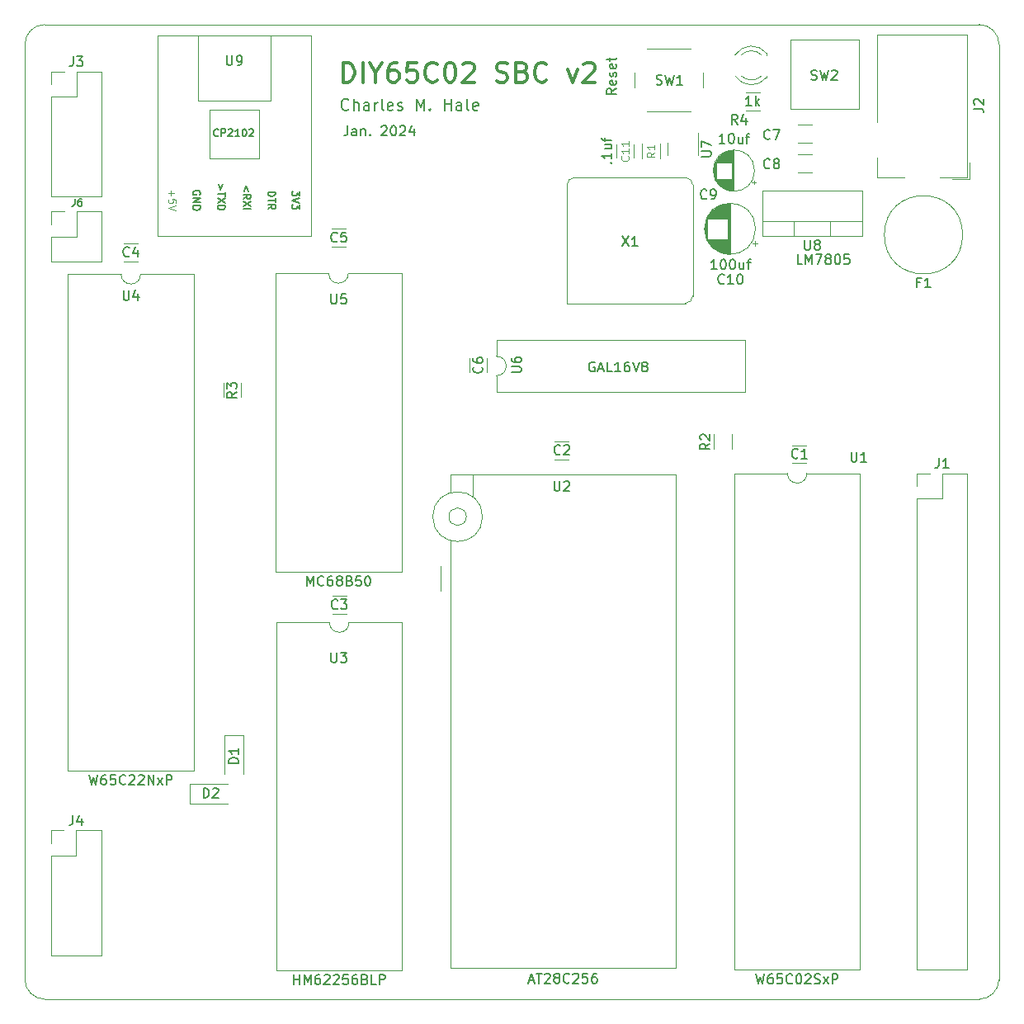
<source format=gto>
G04 #@! TF.GenerationSoftware,KiCad,Pcbnew,6.0.11+dfsg-1*
G04 #@! TF.CreationDate,2024-06-12T11:52:24+08:00*
G04 #@! TF.ProjectId,DIY65C02.V2.CPU.Board,44495936-3543-4303-922e-56322e435055,rev?*
G04 #@! TF.SameCoordinates,Original*
G04 #@! TF.FileFunction,Legend,Top*
G04 #@! TF.FilePolarity,Positive*
%FSLAX46Y46*%
G04 Gerber Fmt 4.6, Leading zero omitted, Abs format (unit mm)*
G04 Created by KiCad (PCBNEW 6.0.11+dfsg-1) date 2024-06-12 11:52:24*
%MOMM*%
%LPD*%
G01*
G04 APERTURE LIST*
G04 #@! TA.AperFunction,Profile*
%ADD10C,0.100000*%
G04 #@! TD*
%ADD11C,0.150000*%
%ADD12C,0.300000*%
%ADD13C,0.120000*%
%ADD14C,0.125000*%
G04 APERTURE END LIST*
D10*
X59944000Y-49784000D02*
G75*
G03*
X57912000Y-51816000I0J-2032000D01*
G01*
X59940000Y-149782000D02*
X155825000Y-149782000D01*
X57908000Y-147750000D02*
G75*
G03*
X59940000Y-149782000I2032000J0D01*
G01*
X157861000Y-147828000D02*
X157861000Y-51816000D01*
X57912000Y-51816000D02*
X57912000Y-147828000D01*
X157861000Y-51816000D02*
G75*
G03*
X155829000Y-49784000I-2032000J0D01*
G01*
X155829000Y-49784000D02*
X59944000Y-49784000D01*
X155829000Y-149782000D02*
G75*
G03*
X157861000Y-147750000I0J2032000D01*
G01*
D11*
X91123285Y-58467571D02*
X91066142Y-58524714D01*
X90894714Y-58581857D01*
X90780428Y-58581857D01*
X90608999Y-58524714D01*
X90494714Y-58410428D01*
X90437571Y-58296142D01*
X90380428Y-58067571D01*
X90380428Y-57896142D01*
X90437571Y-57667571D01*
X90494714Y-57553285D01*
X90608999Y-57439000D01*
X90780428Y-57381857D01*
X90894714Y-57381857D01*
X91066142Y-57439000D01*
X91123285Y-57496142D01*
X91637571Y-58581857D02*
X91637571Y-57381857D01*
X92151857Y-58581857D02*
X92151857Y-57953285D01*
X92094714Y-57839000D01*
X91980428Y-57781857D01*
X91808999Y-57781857D01*
X91694714Y-57839000D01*
X91637571Y-57896142D01*
X93237571Y-58581857D02*
X93237571Y-57953285D01*
X93180428Y-57839000D01*
X93066142Y-57781857D01*
X92837571Y-57781857D01*
X92723285Y-57839000D01*
X93237571Y-58524714D02*
X93123285Y-58581857D01*
X92837571Y-58581857D01*
X92723285Y-58524714D01*
X92666142Y-58410428D01*
X92666142Y-58296142D01*
X92723285Y-58181857D01*
X92837571Y-58124714D01*
X93123285Y-58124714D01*
X93237571Y-58067571D01*
X93808999Y-58581857D02*
X93808999Y-57781857D01*
X93808999Y-58010428D02*
X93866142Y-57896142D01*
X93923285Y-57839000D01*
X94037571Y-57781857D01*
X94151857Y-57781857D01*
X94723285Y-58581857D02*
X94608999Y-58524714D01*
X94551857Y-58410428D01*
X94551857Y-57381857D01*
X95637571Y-58524714D02*
X95523285Y-58581857D01*
X95294714Y-58581857D01*
X95180428Y-58524714D01*
X95123285Y-58410428D01*
X95123285Y-57953285D01*
X95180428Y-57839000D01*
X95294714Y-57781857D01*
X95523285Y-57781857D01*
X95637571Y-57839000D01*
X95694714Y-57953285D01*
X95694714Y-58067571D01*
X95123285Y-58181857D01*
X96151857Y-58524714D02*
X96266142Y-58581857D01*
X96494714Y-58581857D01*
X96608999Y-58524714D01*
X96666142Y-58410428D01*
X96666142Y-58353285D01*
X96608999Y-58239000D01*
X96494714Y-58181857D01*
X96323285Y-58181857D01*
X96208999Y-58124714D01*
X96151857Y-58010428D01*
X96151857Y-57953285D01*
X96208999Y-57839000D01*
X96323285Y-57781857D01*
X96494714Y-57781857D01*
X96608999Y-57839000D01*
X98094714Y-58581857D02*
X98094714Y-57381857D01*
X98494714Y-58239000D01*
X98894714Y-57381857D01*
X98894714Y-58581857D01*
X99466142Y-58467571D02*
X99523285Y-58524714D01*
X99466142Y-58581857D01*
X99408999Y-58524714D01*
X99466142Y-58467571D01*
X99466142Y-58581857D01*
X100951857Y-58581857D02*
X100951857Y-57381857D01*
X100951857Y-57953285D02*
X101637571Y-57953285D01*
X101637571Y-58581857D02*
X101637571Y-57381857D01*
X102723285Y-58581857D02*
X102723285Y-57953285D01*
X102666142Y-57839000D01*
X102551857Y-57781857D01*
X102323285Y-57781857D01*
X102208999Y-57839000D01*
X102723285Y-58524714D02*
X102608999Y-58581857D01*
X102323285Y-58581857D01*
X102208999Y-58524714D01*
X102151857Y-58410428D01*
X102151857Y-58296142D01*
X102208999Y-58181857D01*
X102323285Y-58124714D01*
X102608999Y-58124714D01*
X102723285Y-58067571D01*
X103466142Y-58581857D02*
X103351857Y-58524714D01*
X103294714Y-58410428D01*
X103294714Y-57381857D01*
X104380428Y-58524714D02*
X104266142Y-58581857D01*
X104037571Y-58581857D01*
X103923285Y-58524714D01*
X103866142Y-58410428D01*
X103866142Y-57953285D01*
X103923285Y-57839000D01*
X104037571Y-57781857D01*
X104266142Y-57781857D01*
X104380428Y-57839000D01*
X104437571Y-57953285D01*
X104437571Y-58067571D01*
X103866142Y-58181857D01*
D12*
X90582857Y-55694761D02*
X90582857Y-53694761D01*
X91059047Y-53694761D01*
X91344761Y-53790000D01*
X91535238Y-53980476D01*
X91630476Y-54170952D01*
X91725714Y-54551904D01*
X91725714Y-54837619D01*
X91630476Y-55218571D01*
X91535238Y-55409047D01*
X91344761Y-55599523D01*
X91059047Y-55694761D01*
X90582857Y-55694761D01*
X92582857Y-55694761D02*
X92582857Y-53694761D01*
X93916190Y-54742380D02*
X93916190Y-55694761D01*
X93249523Y-53694761D02*
X93916190Y-54742380D01*
X94582857Y-53694761D01*
X96106666Y-53694761D02*
X95725714Y-53694761D01*
X95535238Y-53790000D01*
X95439999Y-53885238D01*
X95249523Y-54170952D01*
X95154285Y-54551904D01*
X95154285Y-55313809D01*
X95249523Y-55504285D01*
X95344761Y-55599523D01*
X95535238Y-55694761D01*
X95916190Y-55694761D01*
X96106666Y-55599523D01*
X96201904Y-55504285D01*
X96297142Y-55313809D01*
X96297142Y-54837619D01*
X96201904Y-54647142D01*
X96106666Y-54551904D01*
X95916190Y-54456666D01*
X95535238Y-54456666D01*
X95344761Y-54551904D01*
X95249523Y-54647142D01*
X95154285Y-54837619D01*
X98106666Y-53694761D02*
X97154285Y-53694761D01*
X97059047Y-54647142D01*
X97154285Y-54551904D01*
X97344761Y-54456666D01*
X97820952Y-54456666D01*
X98011428Y-54551904D01*
X98106666Y-54647142D01*
X98201904Y-54837619D01*
X98201904Y-55313809D01*
X98106666Y-55504285D01*
X98011428Y-55599523D01*
X97820952Y-55694761D01*
X97344761Y-55694761D01*
X97154285Y-55599523D01*
X97059047Y-55504285D01*
X100201904Y-55504285D02*
X100106666Y-55599523D01*
X99820952Y-55694761D01*
X99630476Y-55694761D01*
X99344761Y-55599523D01*
X99154285Y-55409047D01*
X99059047Y-55218571D01*
X98963809Y-54837619D01*
X98963809Y-54551904D01*
X99059047Y-54170952D01*
X99154285Y-53980476D01*
X99344761Y-53790000D01*
X99630476Y-53694761D01*
X99820952Y-53694761D01*
X100106666Y-53790000D01*
X100201904Y-53885238D01*
X101439999Y-53694761D02*
X101630476Y-53694761D01*
X101820952Y-53790000D01*
X101916190Y-53885238D01*
X102011428Y-54075714D01*
X102106666Y-54456666D01*
X102106666Y-54932857D01*
X102011428Y-55313809D01*
X101916190Y-55504285D01*
X101820952Y-55599523D01*
X101630476Y-55694761D01*
X101439999Y-55694761D01*
X101249523Y-55599523D01*
X101154285Y-55504285D01*
X101059047Y-55313809D01*
X100963809Y-54932857D01*
X100963809Y-54456666D01*
X101059047Y-54075714D01*
X101154285Y-53885238D01*
X101249523Y-53790000D01*
X101439999Y-53694761D01*
X102868571Y-53885238D02*
X102963809Y-53790000D01*
X103154285Y-53694761D01*
X103630476Y-53694761D01*
X103820952Y-53790000D01*
X103916190Y-53885238D01*
X104011428Y-54075714D01*
X104011428Y-54266190D01*
X103916190Y-54551904D01*
X102773333Y-55694761D01*
X104011428Y-55694761D01*
X106297142Y-55599523D02*
X106582857Y-55694761D01*
X107059047Y-55694761D01*
X107249523Y-55599523D01*
X107344761Y-55504285D01*
X107439999Y-55313809D01*
X107439999Y-55123333D01*
X107344761Y-54932857D01*
X107249523Y-54837619D01*
X107059047Y-54742380D01*
X106678095Y-54647142D01*
X106487619Y-54551904D01*
X106392380Y-54456666D01*
X106297142Y-54266190D01*
X106297142Y-54075714D01*
X106392380Y-53885238D01*
X106487619Y-53790000D01*
X106678095Y-53694761D01*
X107154285Y-53694761D01*
X107439999Y-53790000D01*
X108963809Y-54647142D02*
X109249523Y-54742380D01*
X109344761Y-54837619D01*
X109439999Y-55028095D01*
X109439999Y-55313809D01*
X109344761Y-55504285D01*
X109249523Y-55599523D01*
X109059047Y-55694761D01*
X108297142Y-55694761D01*
X108297142Y-53694761D01*
X108963809Y-53694761D01*
X109154285Y-53790000D01*
X109249523Y-53885238D01*
X109344761Y-54075714D01*
X109344761Y-54266190D01*
X109249523Y-54456666D01*
X109154285Y-54551904D01*
X108963809Y-54647142D01*
X108297142Y-54647142D01*
X111439999Y-55504285D02*
X111344761Y-55599523D01*
X111059047Y-55694761D01*
X110868571Y-55694761D01*
X110582857Y-55599523D01*
X110392380Y-55409047D01*
X110297142Y-55218571D01*
X110201904Y-54837619D01*
X110201904Y-54551904D01*
X110297142Y-54170952D01*
X110392380Y-53980476D01*
X110582857Y-53790000D01*
X110868571Y-53694761D01*
X111059047Y-53694761D01*
X111344761Y-53790000D01*
X111439999Y-53885238D01*
X113630476Y-54361428D02*
X114106666Y-55694761D01*
X114582857Y-54361428D01*
X115249523Y-53885238D02*
X115344761Y-53790000D01*
X115535238Y-53694761D01*
X116011428Y-53694761D01*
X116201904Y-53790000D01*
X116297142Y-53885238D01*
X116392380Y-54075714D01*
X116392380Y-54266190D01*
X116297142Y-54551904D01*
X115154285Y-55694761D01*
X116392380Y-55694761D01*
D11*
X91014285Y-60172380D02*
X91014285Y-60886666D01*
X90966666Y-61029523D01*
X90871428Y-61124761D01*
X90728571Y-61172380D01*
X90633333Y-61172380D01*
X91919047Y-61172380D02*
X91919047Y-60648571D01*
X91871428Y-60553333D01*
X91776190Y-60505714D01*
X91585714Y-60505714D01*
X91490476Y-60553333D01*
X91919047Y-61124761D02*
X91823809Y-61172380D01*
X91585714Y-61172380D01*
X91490476Y-61124761D01*
X91442857Y-61029523D01*
X91442857Y-60934285D01*
X91490476Y-60839047D01*
X91585714Y-60791428D01*
X91823809Y-60791428D01*
X91919047Y-60743809D01*
X92395238Y-60505714D02*
X92395238Y-61172380D01*
X92395238Y-60600952D02*
X92442857Y-60553333D01*
X92538095Y-60505714D01*
X92680952Y-60505714D01*
X92776190Y-60553333D01*
X92823809Y-60648571D01*
X92823809Y-61172380D01*
X93300000Y-61077142D02*
X93347619Y-61124761D01*
X93300000Y-61172380D01*
X93252380Y-61124761D01*
X93300000Y-61077142D01*
X93300000Y-61172380D01*
X94490476Y-60267619D02*
X94538095Y-60220000D01*
X94633333Y-60172380D01*
X94871428Y-60172380D01*
X94966666Y-60220000D01*
X95014285Y-60267619D01*
X95061904Y-60362857D01*
X95061904Y-60458095D01*
X95014285Y-60600952D01*
X94442857Y-61172380D01*
X95061904Y-61172380D01*
X95680952Y-60172380D02*
X95776190Y-60172380D01*
X95871428Y-60220000D01*
X95919047Y-60267619D01*
X95966666Y-60362857D01*
X96014285Y-60553333D01*
X96014285Y-60791428D01*
X95966666Y-60981904D01*
X95919047Y-61077142D01*
X95871428Y-61124761D01*
X95776190Y-61172380D01*
X95680952Y-61172380D01*
X95585714Y-61124761D01*
X95538095Y-61077142D01*
X95490476Y-60981904D01*
X95442857Y-60791428D01*
X95442857Y-60553333D01*
X95490476Y-60362857D01*
X95538095Y-60267619D01*
X95585714Y-60220000D01*
X95680952Y-60172380D01*
X96395238Y-60267619D02*
X96442857Y-60220000D01*
X96538095Y-60172380D01*
X96776190Y-60172380D01*
X96871428Y-60220000D01*
X96919047Y-60267619D01*
X96966666Y-60362857D01*
X96966666Y-60458095D01*
X96919047Y-60600952D01*
X96347619Y-61172380D01*
X96966666Y-61172380D01*
X97823809Y-60505714D02*
X97823809Y-61172380D01*
X97585714Y-60124761D02*
X97347619Y-60839047D01*
X97966666Y-60839047D01*
X131024333Y-60015380D02*
X130691000Y-59539190D01*
X130452904Y-60015380D02*
X130452904Y-59015380D01*
X130833857Y-59015380D01*
X130929095Y-59063000D01*
X130976714Y-59110619D01*
X131024333Y-59205857D01*
X131024333Y-59348714D01*
X130976714Y-59443952D01*
X130929095Y-59491571D01*
X130833857Y-59539190D01*
X130452904Y-59539190D01*
X131881476Y-59348714D02*
X131881476Y-60015380D01*
X131643380Y-58967761D02*
X131405285Y-59682047D01*
X132024333Y-59682047D01*
X132468952Y-58110380D02*
X131897523Y-58110380D01*
X132183238Y-58110380D02*
X132183238Y-57110380D01*
X132088000Y-57253238D01*
X131992761Y-57348476D01*
X131897523Y-57396095D01*
X132897523Y-58110380D02*
X132897523Y-57110380D01*
X132992761Y-57729428D02*
X133278476Y-58110380D01*
X133278476Y-57443714D02*
X132897523Y-57824666D01*
X128192380Y-92776666D02*
X127716190Y-93110000D01*
X128192380Y-93348095D02*
X127192380Y-93348095D01*
X127192380Y-92967142D01*
X127240000Y-92871904D01*
X127287619Y-92824285D01*
X127382857Y-92776666D01*
X127525714Y-92776666D01*
X127620952Y-92824285D01*
X127668571Y-92871904D01*
X127716190Y-92967142D01*
X127716190Y-93348095D01*
X127287619Y-92395714D02*
X127240000Y-92348095D01*
X127192380Y-92252857D01*
X127192380Y-92014761D01*
X127240000Y-91919523D01*
X127287619Y-91871904D01*
X127382857Y-91824285D01*
X127478095Y-91824285D01*
X127620952Y-91871904D01*
X128192380Y-92443333D01*
X128192380Y-91824285D01*
X149780666Y-76239571D02*
X149447333Y-76239571D01*
X149447333Y-76763380D02*
X149447333Y-75763380D01*
X149923523Y-75763380D01*
X150828285Y-76763380D02*
X150256857Y-76763380D01*
X150542571Y-76763380D02*
X150542571Y-75763380D01*
X150447333Y-75906238D01*
X150352095Y-76001476D01*
X150256857Y-76049095D01*
X79657780Y-87482066D02*
X79181590Y-87815400D01*
X79657780Y-88053495D02*
X78657780Y-88053495D01*
X78657780Y-87672542D01*
X78705400Y-87577304D01*
X78753019Y-87529685D01*
X78848257Y-87482066D01*
X78991114Y-87482066D01*
X79086352Y-87529685D01*
X79133971Y-87577304D01*
X79181590Y-87672542D01*
X79181590Y-88053495D01*
X78657780Y-87148733D02*
X78657780Y-86529685D01*
X79038733Y-86863019D01*
X79038733Y-86720161D01*
X79086352Y-86624923D01*
X79133971Y-86577304D01*
X79229209Y-86529685D01*
X79467304Y-86529685D01*
X79562542Y-86577304D01*
X79610161Y-86624923D01*
X79657780Y-86720161D01*
X79657780Y-87005876D01*
X79610161Y-87101114D01*
X79562542Y-87148733D01*
X142697295Y-93635580D02*
X142697295Y-94445104D01*
X142744914Y-94540342D01*
X142792533Y-94587961D01*
X142887771Y-94635580D01*
X143078247Y-94635580D01*
X143173485Y-94587961D01*
X143221104Y-94540342D01*
X143268723Y-94445104D01*
X143268723Y-93635580D01*
X144268723Y-94635580D02*
X143697295Y-94635580D01*
X143983009Y-94635580D02*
X143983009Y-93635580D01*
X143887771Y-93778438D01*
X143792533Y-93873676D01*
X143697295Y-93921295D01*
X132940714Y-147202380D02*
X133178809Y-148202380D01*
X133369285Y-147488095D01*
X133559761Y-148202380D01*
X133797857Y-147202380D01*
X134607380Y-147202380D02*
X134416904Y-147202380D01*
X134321666Y-147250000D01*
X134274047Y-147297619D01*
X134178809Y-147440476D01*
X134131190Y-147630952D01*
X134131190Y-148011904D01*
X134178809Y-148107142D01*
X134226428Y-148154761D01*
X134321666Y-148202380D01*
X134512142Y-148202380D01*
X134607380Y-148154761D01*
X134655000Y-148107142D01*
X134702619Y-148011904D01*
X134702619Y-147773809D01*
X134655000Y-147678571D01*
X134607380Y-147630952D01*
X134512142Y-147583333D01*
X134321666Y-147583333D01*
X134226428Y-147630952D01*
X134178809Y-147678571D01*
X134131190Y-147773809D01*
X135607380Y-147202380D02*
X135131190Y-147202380D01*
X135083571Y-147678571D01*
X135131190Y-147630952D01*
X135226428Y-147583333D01*
X135464523Y-147583333D01*
X135559761Y-147630952D01*
X135607380Y-147678571D01*
X135655000Y-147773809D01*
X135655000Y-148011904D01*
X135607380Y-148107142D01*
X135559761Y-148154761D01*
X135464523Y-148202380D01*
X135226428Y-148202380D01*
X135131190Y-148154761D01*
X135083571Y-148107142D01*
X136655000Y-148107142D02*
X136607380Y-148154761D01*
X136464523Y-148202380D01*
X136369285Y-148202380D01*
X136226428Y-148154761D01*
X136131190Y-148059523D01*
X136083571Y-147964285D01*
X136035952Y-147773809D01*
X136035952Y-147630952D01*
X136083571Y-147440476D01*
X136131190Y-147345238D01*
X136226428Y-147250000D01*
X136369285Y-147202380D01*
X136464523Y-147202380D01*
X136607380Y-147250000D01*
X136655000Y-147297619D01*
X137274047Y-147202380D02*
X137369285Y-147202380D01*
X137464523Y-147250000D01*
X137512142Y-147297619D01*
X137559761Y-147392857D01*
X137607380Y-147583333D01*
X137607380Y-147821428D01*
X137559761Y-148011904D01*
X137512142Y-148107142D01*
X137464523Y-148154761D01*
X137369285Y-148202380D01*
X137274047Y-148202380D01*
X137178809Y-148154761D01*
X137131190Y-148107142D01*
X137083571Y-148011904D01*
X137035952Y-147821428D01*
X137035952Y-147583333D01*
X137083571Y-147392857D01*
X137131190Y-147297619D01*
X137178809Y-147250000D01*
X137274047Y-147202380D01*
X137988333Y-147297619D02*
X138035952Y-147250000D01*
X138131190Y-147202380D01*
X138369285Y-147202380D01*
X138464523Y-147250000D01*
X138512142Y-147297619D01*
X138559761Y-147392857D01*
X138559761Y-147488095D01*
X138512142Y-147630952D01*
X137940714Y-148202380D01*
X138559761Y-148202380D01*
X138940714Y-148154761D02*
X139083571Y-148202380D01*
X139321666Y-148202380D01*
X139416904Y-148154761D01*
X139464523Y-148107142D01*
X139512142Y-148011904D01*
X139512142Y-147916666D01*
X139464523Y-147821428D01*
X139416904Y-147773809D01*
X139321666Y-147726190D01*
X139131190Y-147678571D01*
X139035952Y-147630952D01*
X138988333Y-147583333D01*
X138940714Y-147488095D01*
X138940714Y-147392857D01*
X138988333Y-147297619D01*
X139035952Y-147250000D01*
X139131190Y-147202380D01*
X139369285Y-147202380D01*
X139512142Y-147250000D01*
X139845476Y-148202380D02*
X140369285Y-147535714D01*
X139845476Y-147535714D02*
X140369285Y-148202380D01*
X140750238Y-148202380D02*
X140750238Y-147202380D01*
X141131190Y-147202380D01*
X141226428Y-147250000D01*
X141274047Y-147297619D01*
X141321666Y-147392857D01*
X141321666Y-147535714D01*
X141274047Y-147630952D01*
X141226428Y-147678571D01*
X141131190Y-147726190D01*
X140750238Y-147726190D01*
X137221933Y-94210142D02*
X137174314Y-94257761D01*
X137031457Y-94305380D01*
X136936219Y-94305380D01*
X136793361Y-94257761D01*
X136698123Y-94162523D01*
X136650504Y-94067285D01*
X136602885Y-93876809D01*
X136602885Y-93733952D01*
X136650504Y-93543476D01*
X136698123Y-93448238D01*
X136793361Y-93353000D01*
X136936219Y-93305380D01*
X137031457Y-93305380D01*
X137174314Y-93353000D01*
X137221933Y-93400619D01*
X138174314Y-94305380D02*
X137602885Y-94305380D01*
X137888600Y-94305380D02*
X137888600Y-93305380D01*
X137793361Y-93448238D01*
X137698123Y-93543476D01*
X137602885Y-93591095D01*
X68021295Y-77069780D02*
X68021295Y-77879304D01*
X68068914Y-77974542D01*
X68116533Y-78022161D01*
X68211771Y-78069780D01*
X68402247Y-78069780D01*
X68497485Y-78022161D01*
X68545104Y-77974542D01*
X68592723Y-77879304D01*
X68592723Y-77069780D01*
X69497485Y-77403114D02*
X69497485Y-78069780D01*
X69259390Y-77022161D02*
X69021295Y-77736447D01*
X69640342Y-77736447D01*
X64521295Y-126775780D02*
X64759390Y-127775780D01*
X64949866Y-127061495D01*
X65140342Y-127775780D01*
X65378438Y-126775780D01*
X66187961Y-126775780D02*
X65997485Y-126775780D01*
X65902247Y-126823400D01*
X65854628Y-126871019D01*
X65759390Y-127013876D01*
X65711771Y-127204352D01*
X65711771Y-127585304D01*
X65759390Y-127680542D01*
X65807009Y-127728161D01*
X65902247Y-127775780D01*
X66092723Y-127775780D01*
X66187961Y-127728161D01*
X66235580Y-127680542D01*
X66283200Y-127585304D01*
X66283200Y-127347209D01*
X66235580Y-127251971D01*
X66187961Y-127204352D01*
X66092723Y-127156733D01*
X65902247Y-127156733D01*
X65807009Y-127204352D01*
X65759390Y-127251971D01*
X65711771Y-127347209D01*
X67187961Y-126775780D02*
X66711771Y-126775780D01*
X66664152Y-127251971D01*
X66711771Y-127204352D01*
X66807009Y-127156733D01*
X67045104Y-127156733D01*
X67140342Y-127204352D01*
X67187961Y-127251971D01*
X67235580Y-127347209D01*
X67235580Y-127585304D01*
X67187961Y-127680542D01*
X67140342Y-127728161D01*
X67045104Y-127775780D01*
X66807009Y-127775780D01*
X66711771Y-127728161D01*
X66664152Y-127680542D01*
X68235580Y-127680542D02*
X68187961Y-127728161D01*
X68045104Y-127775780D01*
X67949866Y-127775780D01*
X67807009Y-127728161D01*
X67711771Y-127632923D01*
X67664152Y-127537685D01*
X67616533Y-127347209D01*
X67616533Y-127204352D01*
X67664152Y-127013876D01*
X67711771Y-126918638D01*
X67807009Y-126823400D01*
X67949866Y-126775780D01*
X68045104Y-126775780D01*
X68187961Y-126823400D01*
X68235580Y-126871019D01*
X68616533Y-126871019D02*
X68664152Y-126823400D01*
X68759390Y-126775780D01*
X68997485Y-126775780D01*
X69092723Y-126823400D01*
X69140342Y-126871019D01*
X69187961Y-126966257D01*
X69187961Y-127061495D01*
X69140342Y-127204352D01*
X68568914Y-127775780D01*
X69187961Y-127775780D01*
X69568914Y-126871019D02*
X69616533Y-126823400D01*
X69711771Y-126775780D01*
X69949866Y-126775780D01*
X70045104Y-126823400D01*
X70092723Y-126871019D01*
X70140342Y-126966257D01*
X70140342Y-127061495D01*
X70092723Y-127204352D01*
X69521295Y-127775780D01*
X70140342Y-127775780D01*
X70568914Y-127775780D02*
X70568914Y-126775780D01*
X71140342Y-127775780D01*
X71140342Y-126775780D01*
X71521295Y-127775780D02*
X72045104Y-127109114D01*
X71521295Y-127109114D02*
X72045104Y-127775780D01*
X72426057Y-127775780D02*
X72426057Y-126775780D01*
X72807009Y-126775780D01*
X72902247Y-126823400D01*
X72949866Y-126871019D01*
X72997485Y-126966257D01*
X72997485Y-127109114D01*
X72949866Y-127204352D01*
X72902247Y-127251971D01*
X72807009Y-127299590D01*
X72426057Y-127299590D01*
X138586666Y-55414761D02*
X138729523Y-55462380D01*
X138967619Y-55462380D01*
X139062857Y-55414761D01*
X139110476Y-55367142D01*
X139158095Y-55271904D01*
X139158095Y-55176666D01*
X139110476Y-55081428D01*
X139062857Y-55033809D01*
X138967619Y-54986190D01*
X138777142Y-54938571D01*
X138681904Y-54890952D01*
X138634285Y-54843333D01*
X138586666Y-54748095D01*
X138586666Y-54652857D01*
X138634285Y-54557619D01*
X138681904Y-54510000D01*
X138777142Y-54462380D01*
X139015238Y-54462380D01*
X139158095Y-54510000D01*
X139491428Y-54462380D02*
X139729523Y-55462380D01*
X139920000Y-54748095D01*
X140110476Y-55462380D01*
X140348571Y-54462380D01*
X140681904Y-54557619D02*
X140729523Y-54510000D01*
X140824761Y-54462380D01*
X141062857Y-54462380D01*
X141158095Y-54510000D01*
X141205714Y-54557619D01*
X141253333Y-54652857D01*
X141253333Y-54748095D01*
X141205714Y-54890952D01*
X140634285Y-55462380D01*
X141253333Y-55462380D01*
X90003333Y-109678742D02*
X89955714Y-109726361D01*
X89812857Y-109773980D01*
X89717619Y-109773980D01*
X89574761Y-109726361D01*
X89479523Y-109631123D01*
X89431904Y-109535885D01*
X89384285Y-109345409D01*
X89384285Y-109202552D01*
X89431904Y-109012076D01*
X89479523Y-108916838D01*
X89574761Y-108821600D01*
X89717619Y-108773980D01*
X89812857Y-108773980D01*
X89955714Y-108821600D01*
X90003333Y-108869219D01*
X90336666Y-108773980D02*
X90955714Y-108773980D01*
X90622380Y-109154933D01*
X90765238Y-109154933D01*
X90860476Y-109202552D01*
X90908095Y-109250171D01*
X90955714Y-109345409D01*
X90955714Y-109583504D01*
X90908095Y-109678742D01*
X90860476Y-109726361D01*
X90765238Y-109773980D01*
X90479523Y-109773980D01*
X90384285Y-109726361D01*
X90336666Y-109678742D01*
X63030000Y-67639285D02*
X63030000Y-68175000D01*
X62994285Y-68282142D01*
X62922857Y-68353571D01*
X62815714Y-68389285D01*
X62744285Y-68389285D01*
X63708571Y-67639285D02*
X63565714Y-67639285D01*
X63494285Y-67675000D01*
X63458571Y-67710714D01*
X63387142Y-67817857D01*
X63351428Y-67960714D01*
X63351428Y-68246428D01*
X63387142Y-68317857D01*
X63422857Y-68353571D01*
X63494285Y-68389285D01*
X63637142Y-68389285D01*
X63708571Y-68353571D01*
X63744285Y-68317857D01*
X63780000Y-68246428D01*
X63780000Y-68067857D01*
X63744285Y-67996428D01*
X63708571Y-67960714D01*
X63637142Y-67925000D01*
X63494285Y-67925000D01*
X63422857Y-67960714D01*
X63387142Y-67996428D01*
X63351428Y-68067857D01*
X129659142Y-76303142D02*
X129611523Y-76350761D01*
X129468666Y-76398380D01*
X129373428Y-76398380D01*
X129230571Y-76350761D01*
X129135333Y-76255523D01*
X129087714Y-76160285D01*
X129040095Y-75969809D01*
X129040095Y-75826952D01*
X129087714Y-75636476D01*
X129135333Y-75541238D01*
X129230571Y-75446000D01*
X129373428Y-75398380D01*
X129468666Y-75398380D01*
X129611523Y-75446000D01*
X129659142Y-75493619D01*
X130611523Y-76398380D02*
X130040095Y-76398380D01*
X130325809Y-76398380D02*
X130325809Y-75398380D01*
X130230571Y-75541238D01*
X130135333Y-75636476D01*
X130040095Y-75684095D01*
X131230571Y-75398380D02*
X131325809Y-75398380D01*
X131421047Y-75446000D01*
X131468666Y-75493619D01*
X131516285Y-75588857D01*
X131563904Y-75779333D01*
X131563904Y-76017428D01*
X131516285Y-76207904D01*
X131468666Y-76303142D01*
X131421047Y-76350761D01*
X131325809Y-76398380D01*
X131230571Y-76398380D01*
X131135333Y-76350761D01*
X131087714Y-76303142D01*
X131040095Y-76207904D01*
X130992476Y-76017428D01*
X130992476Y-75779333D01*
X131040095Y-75588857D01*
X131087714Y-75493619D01*
X131135333Y-75446000D01*
X131230571Y-75398380D01*
X128897238Y-74874380D02*
X128325809Y-74874380D01*
X128611523Y-74874380D02*
X128611523Y-73874380D01*
X128516285Y-74017238D01*
X128421047Y-74112476D01*
X128325809Y-74160095D01*
X129516285Y-73874380D02*
X129611523Y-73874380D01*
X129706761Y-73922000D01*
X129754380Y-73969619D01*
X129802000Y-74064857D01*
X129849619Y-74255333D01*
X129849619Y-74493428D01*
X129802000Y-74683904D01*
X129754380Y-74779142D01*
X129706761Y-74826761D01*
X129611523Y-74874380D01*
X129516285Y-74874380D01*
X129421047Y-74826761D01*
X129373428Y-74779142D01*
X129325809Y-74683904D01*
X129278190Y-74493428D01*
X129278190Y-74255333D01*
X129325809Y-74064857D01*
X129373428Y-73969619D01*
X129421047Y-73922000D01*
X129516285Y-73874380D01*
X130468666Y-73874380D02*
X130563904Y-73874380D01*
X130659142Y-73922000D01*
X130706761Y-73969619D01*
X130754380Y-74064857D01*
X130802000Y-74255333D01*
X130802000Y-74493428D01*
X130754380Y-74683904D01*
X130706761Y-74779142D01*
X130659142Y-74826761D01*
X130563904Y-74874380D01*
X130468666Y-74874380D01*
X130373428Y-74826761D01*
X130325809Y-74779142D01*
X130278190Y-74683904D01*
X130230571Y-74493428D01*
X130230571Y-74255333D01*
X130278190Y-74064857D01*
X130325809Y-73969619D01*
X130373428Y-73922000D01*
X130468666Y-73874380D01*
X131659142Y-74207714D02*
X131659142Y-74874380D01*
X131230571Y-74207714D02*
X131230571Y-74731523D01*
X131278190Y-74826761D01*
X131373428Y-74874380D01*
X131516285Y-74874380D01*
X131611523Y-74826761D01*
X131659142Y-74779142D01*
X131992476Y-74207714D02*
X132373428Y-74207714D01*
X132135333Y-74874380D02*
X132135333Y-74017238D01*
X132182952Y-73922000D01*
X132278190Y-73874380D01*
X132373428Y-73874380D01*
X134351733Y-61469542D02*
X134304114Y-61517161D01*
X134161257Y-61564780D01*
X134066019Y-61564780D01*
X133923161Y-61517161D01*
X133827923Y-61421923D01*
X133780304Y-61326685D01*
X133732685Y-61136209D01*
X133732685Y-60993352D01*
X133780304Y-60802876D01*
X133827923Y-60707638D01*
X133923161Y-60612400D01*
X134066019Y-60564780D01*
X134161257Y-60564780D01*
X134304114Y-60612400D01*
X134351733Y-60660019D01*
X134685066Y-60564780D02*
X135351733Y-60564780D01*
X134923161Y-61564780D01*
X137922095Y-71921380D02*
X137922095Y-72730904D01*
X137969714Y-72826142D01*
X138017333Y-72873761D01*
X138112571Y-72921380D01*
X138303047Y-72921380D01*
X138398285Y-72873761D01*
X138445904Y-72826142D01*
X138493523Y-72730904D01*
X138493523Y-71921380D01*
X139112571Y-72349952D02*
X139017333Y-72302333D01*
X138969714Y-72254714D01*
X138922095Y-72159476D01*
X138922095Y-72111857D01*
X138969714Y-72016619D01*
X139017333Y-71969000D01*
X139112571Y-71921380D01*
X139303047Y-71921380D01*
X139398285Y-71969000D01*
X139445904Y-72016619D01*
X139493523Y-72111857D01*
X139493523Y-72159476D01*
X139445904Y-72254714D01*
X139398285Y-72302333D01*
X139303047Y-72349952D01*
X139112571Y-72349952D01*
X139017333Y-72397571D01*
X138969714Y-72445190D01*
X138922095Y-72540428D01*
X138922095Y-72730904D01*
X138969714Y-72826142D01*
X139017333Y-72873761D01*
X139112571Y-72921380D01*
X139303047Y-72921380D01*
X139398285Y-72873761D01*
X139445904Y-72826142D01*
X139493523Y-72730904D01*
X139493523Y-72540428D01*
X139445904Y-72445190D01*
X139398285Y-72397571D01*
X139303047Y-72349952D01*
X137673333Y-74372380D02*
X137197142Y-74372380D01*
X137197142Y-73372380D01*
X138006666Y-74372380D02*
X138006666Y-73372380D01*
X138340000Y-74086666D01*
X138673333Y-73372380D01*
X138673333Y-74372380D01*
X139054285Y-73372380D02*
X139720952Y-73372380D01*
X139292380Y-74372380D01*
X140244761Y-73800952D02*
X140149523Y-73753333D01*
X140101904Y-73705714D01*
X140054285Y-73610476D01*
X140054285Y-73562857D01*
X140101904Y-73467619D01*
X140149523Y-73420000D01*
X140244761Y-73372380D01*
X140435238Y-73372380D01*
X140530476Y-73420000D01*
X140578095Y-73467619D01*
X140625714Y-73562857D01*
X140625714Y-73610476D01*
X140578095Y-73705714D01*
X140530476Y-73753333D01*
X140435238Y-73800952D01*
X140244761Y-73800952D01*
X140149523Y-73848571D01*
X140101904Y-73896190D01*
X140054285Y-73991428D01*
X140054285Y-74181904D01*
X140101904Y-74277142D01*
X140149523Y-74324761D01*
X140244761Y-74372380D01*
X140435238Y-74372380D01*
X140530476Y-74324761D01*
X140578095Y-74277142D01*
X140625714Y-74181904D01*
X140625714Y-73991428D01*
X140578095Y-73896190D01*
X140530476Y-73848571D01*
X140435238Y-73800952D01*
X141244761Y-73372380D02*
X141340000Y-73372380D01*
X141435238Y-73420000D01*
X141482857Y-73467619D01*
X141530476Y-73562857D01*
X141578095Y-73753333D01*
X141578095Y-73991428D01*
X141530476Y-74181904D01*
X141482857Y-74277142D01*
X141435238Y-74324761D01*
X141340000Y-74372380D01*
X141244761Y-74372380D01*
X141149523Y-74324761D01*
X141101904Y-74277142D01*
X141054285Y-74181904D01*
X141006666Y-73991428D01*
X141006666Y-73753333D01*
X141054285Y-73562857D01*
X141101904Y-73467619D01*
X141149523Y-73420000D01*
X141244761Y-73372380D01*
X142482857Y-73372380D02*
X142006666Y-73372380D01*
X141959047Y-73848571D01*
X142006666Y-73800952D01*
X142101904Y-73753333D01*
X142340000Y-73753333D01*
X142435238Y-73800952D01*
X142482857Y-73848571D01*
X142530476Y-73943809D01*
X142530476Y-74181904D01*
X142482857Y-74277142D01*
X142435238Y-74324761D01*
X142340000Y-74372380D01*
X142101904Y-74372380D01*
X142006666Y-74324761D01*
X141959047Y-74277142D01*
D13*
X122535904Y-62893533D02*
X122154952Y-63160200D01*
X122535904Y-63350676D02*
X121735904Y-63350676D01*
X121735904Y-63045914D01*
X121774000Y-62969723D01*
X121812095Y-62931628D01*
X121888285Y-62893533D01*
X122002571Y-62893533D01*
X122078761Y-62931628D01*
X122116857Y-62969723D01*
X122154952Y-63045914D01*
X122154952Y-63350676D01*
X122535904Y-62131628D02*
X122535904Y-62588771D01*
X122535904Y-62360200D02*
X121735904Y-62360200D01*
X121850190Y-62436390D01*
X121926380Y-62512580D01*
X121964476Y-62588771D01*
D11*
X107829180Y-85455504D02*
X108638704Y-85455504D01*
X108733942Y-85407885D01*
X108781561Y-85360266D01*
X108829180Y-85265028D01*
X108829180Y-85074552D01*
X108781561Y-84979314D01*
X108733942Y-84931695D01*
X108638704Y-84884076D01*
X107829180Y-84884076D01*
X107829180Y-83979314D02*
X107829180Y-84169790D01*
X107876800Y-84265028D01*
X107924419Y-84312647D01*
X108067276Y-84407885D01*
X108257752Y-84455504D01*
X108638704Y-84455504D01*
X108733942Y-84407885D01*
X108781561Y-84360266D01*
X108829180Y-84265028D01*
X108829180Y-84074552D01*
X108781561Y-83979314D01*
X108733942Y-83931695D01*
X108638704Y-83884076D01*
X108400609Y-83884076D01*
X108305371Y-83931695D01*
X108257752Y-83979314D01*
X108210133Y-84074552D01*
X108210133Y-84265028D01*
X108257752Y-84360266D01*
X108305371Y-84407885D01*
X108400609Y-84455504D01*
X116362228Y-84447600D02*
X116266990Y-84399980D01*
X116124133Y-84399980D01*
X115981276Y-84447600D01*
X115886038Y-84542838D01*
X115838419Y-84638076D01*
X115790800Y-84828552D01*
X115790800Y-84971409D01*
X115838419Y-85161885D01*
X115886038Y-85257123D01*
X115981276Y-85352361D01*
X116124133Y-85399980D01*
X116219371Y-85399980D01*
X116362228Y-85352361D01*
X116409847Y-85304742D01*
X116409847Y-84971409D01*
X116219371Y-84971409D01*
X116790800Y-85114266D02*
X117266990Y-85114266D01*
X116695561Y-85399980D02*
X117028895Y-84399980D01*
X117362228Y-85399980D01*
X118171752Y-85399980D02*
X117695561Y-85399980D01*
X117695561Y-84399980D01*
X119028895Y-85399980D02*
X118457466Y-85399980D01*
X118743180Y-85399980D02*
X118743180Y-84399980D01*
X118647942Y-84542838D01*
X118552704Y-84638076D01*
X118457466Y-84685695D01*
X119886038Y-84399980D02*
X119695561Y-84399980D01*
X119600323Y-84447600D01*
X119552704Y-84495219D01*
X119457466Y-84638076D01*
X119409847Y-84828552D01*
X119409847Y-85209504D01*
X119457466Y-85304742D01*
X119505085Y-85352361D01*
X119600323Y-85399980D01*
X119790800Y-85399980D01*
X119886038Y-85352361D01*
X119933657Y-85304742D01*
X119981276Y-85209504D01*
X119981276Y-84971409D01*
X119933657Y-84876171D01*
X119886038Y-84828552D01*
X119790800Y-84780933D01*
X119600323Y-84780933D01*
X119505085Y-84828552D01*
X119457466Y-84876171D01*
X119409847Y-84971409D01*
X120266990Y-84399980D02*
X120600323Y-85399980D01*
X120933657Y-84399980D01*
X121409847Y-84828552D02*
X121314609Y-84780933D01*
X121266990Y-84733314D01*
X121219371Y-84638076D01*
X121219371Y-84590457D01*
X121266990Y-84495219D01*
X121314609Y-84447600D01*
X121409847Y-84399980D01*
X121600323Y-84399980D01*
X121695561Y-84447600D01*
X121743180Y-84495219D01*
X121790800Y-84590457D01*
X121790800Y-84638076D01*
X121743180Y-84733314D01*
X121695561Y-84780933D01*
X121600323Y-84828552D01*
X121409847Y-84828552D01*
X121314609Y-84876171D01*
X121266990Y-84923790D01*
X121219371Y-85019028D01*
X121219371Y-85209504D01*
X121266990Y-85304742D01*
X121314609Y-85352361D01*
X121409847Y-85399980D01*
X121600323Y-85399980D01*
X121695561Y-85352361D01*
X121743180Y-85304742D01*
X121790800Y-85209504D01*
X121790800Y-85019028D01*
X121743180Y-84923790D01*
X121695561Y-84876171D01*
X121600323Y-84828552D01*
X62856866Y-53058180D02*
X62856866Y-53772466D01*
X62809247Y-53915323D01*
X62714009Y-54010561D01*
X62571152Y-54058180D01*
X62475914Y-54058180D01*
X63237819Y-53058180D02*
X63856866Y-53058180D01*
X63523533Y-53439133D01*
X63666390Y-53439133D01*
X63761628Y-53486752D01*
X63809247Y-53534371D01*
X63856866Y-53629609D01*
X63856866Y-53867704D01*
X63809247Y-53962942D01*
X63761628Y-54010561D01*
X63666390Y-54058180D01*
X63380676Y-54058180D01*
X63285438Y-54010561D01*
X63237819Y-53962942D01*
X112837933Y-93829142D02*
X112790314Y-93876761D01*
X112647457Y-93924380D01*
X112552219Y-93924380D01*
X112409361Y-93876761D01*
X112314123Y-93781523D01*
X112266504Y-93686285D01*
X112218885Y-93495809D01*
X112218885Y-93352952D01*
X112266504Y-93162476D01*
X112314123Y-93067238D01*
X112409361Y-92972000D01*
X112552219Y-92924380D01*
X112647457Y-92924380D01*
X112790314Y-92972000D01*
X112837933Y-93019619D01*
X113218885Y-93019619D02*
X113266504Y-92972000D01*
X113361742Y-92924380D01*
X113599838Y-92924380D01*
X113695076Y-92972000D01*
X113742695Y-93019619D01*
X113790314Y-93114857D01*
X113790314Y-93210095D01*
X113742695Y-93352952D01*
X113171266Y-93924380D01*
X113790314Y-93924380D01*
X122728266Y-55900161D02*
X122871123Y-55947780D01*
X123109219Y-55947780D01*
X123204457Y-55900161D01*
X123252076Y-55852542D01*
X123299695Y-55757304D01*
X123299695Y-55662066D01*
X123252076Y-55566828D01*
X123204457Y-55519209D01*
X123109219Y-55471590D01*
X122918742Y-55423971D01*
X122823504Y-55376352D01*
X122775885Y-55328733D01*
X122728266Y-55233495D01*
X122728266Y-55138257D01*
X122775885Y-55043019D01*
X122823504Y-54995400D01*
X122918742Y-54947780D01*
X123156838Y-54947780D01*
X123299695Y-54995400D01*
X123633028Y-54947780D02*
X123871123Y-55947780D01*
X124061600Y-55233495D01*
X124252076Y-55947780D01*
X124490171Y-54947780D01*
X125394933Y-55947780D02*
X124823504Y-55947780D01*
X125109219Y-55947780D02*
X125109219Y-54947780D01*
X125013980Y-55090638D01*
X124918742Y-55185876D01*
X124823504Y-55233495D01*
X118602380Y-56348095D02*
X118126190Y-56681428D01*
X118602380Y-56919523D02*
X117602380Y-56919523D01*
X117602380Y-56538571D01*
X117650000Y-56443333D01*
X117697619Y-56395714D01*
X117792857Y-56348095D01*
X117935714Y-56348095D01*
X118030952Y-56395714D01*
X118078571Y-56443333D01*
X118126190Y-56538571D01*
X118126190Y-56919523D01*
X118554761Y-55538571D02*
X118602380Y-55633809D01*
X118602380Y-55824285D01*
X118554761Y-55919523D01*
X118459523Y-55967142D01*
X118078571Y-55967142D01*
X117983333Y-55919523D01*
X117935714Y-55824285D01*
X117935714Y-55633809D01*
X117983333Y-55538571D01*
X118078571Y-55490952D01*
X118173809Y-55490952D01*
X118269047Y-55967142D01*
X118554761Y-55110000D02*
X118602380Y-55014761D01*
X118602380Y-54824285D01*
X118554761Y-54729047D01*
X118459523Y-54681428D01*
X118411904Y-54681428D01*
X118316666Y-54729047D01*
X118269047Y-54824285D01*
X118269047Y-54967142D01*
X118221428Y-55062380D01*
X118126190Y-55110000D01*
X118078571Y-55110000D01*
X117983333Y-55062380D01*
X117935714Y-54967142D01*
X117935714Y-54824285D01*
X117983333Y-54729047D01*
X118554761Y-53871904D02*
X118602380Y-53967142D01*
X118602380Y-54157619D01*
X118554761Y-54252857D01*
X118459523Y-54300476D01*
X118078571Y-54300476D01*
X117983333Y-54252857D01*
X117935714Y-54157619D01*
X117935714Y-53967142D01*
X117983333Y-53871904D01*
X118078571Y-53824285D01*
X118173809Y-53824285D01*
X118269047Y-54300476D01*
X117935714Y-53538571D02*
X117935714Y-53157619D01*
X117602380Y-53395714D02*
X118459523Y-53395714D01*
X118554761Y-53348095D01*
X118602380Y-53252857D01*
X118602380Y-53157619D01*
X76236904Y-129127380D02*
X76236904Y-128127380D01*
X76475000Y-128127380D01*
X76617857Y-128175000D01*
X76713095Y-128270238D01*
X76760714Y-128365476D01*
X76808333Y-128555952D01*
X76808333Y-128698809D01*
X76760714Y-128889285D01*
X76713095Y-128984523D01*
X76617857Y-129079761D01*
X76475000Y-129127380D01*
X76236904Y-129127380D01*
X77189285Y-128222619D02*
X77236904Y-128175000D01*
X77332142Y-128127380D01*
X77570238Y-128127380D01*
X77665476Y-128175000D01*
X77713095Y-128222619D01*
X77760714Y-128317857D01*
X77760714Y-128413095D01*
X77713095Y-128555952D01*
X77141666Y-129127380D01*
X77760714Y-129127380D01*
X127856733Y-67590942D02*
X127809114Y-67638561D01*
X127666257Y-67686180D01*
X127571019Y-67686180D01*
X127428161Y-67638561D01*
X127332923Y-67543323D01*
X127285304Y-67448085D01*
X127237685Y-67257609D01*
X127237685Y-67114752D01*
X127285304Y-66924276D01*
X127332923Y-66829038D01*
X127428161Y-66733800D01*
X127571019Y-66686180D01*
X127666257Y-66686180D01*
X127809114Y-66733800D01*
X127856733Y-66781419D01*
X128332923Y-67686180D02*
X128523400Y-67686180D01*
X128618638Y-67638561D01*
X128666257Y-67590942D01*
X128761495Y-67448085D01*
X128809114Y-67257609D01*
X128809114Y-66876657D01*
X128761495Y-66781419D01*
X128713876Y-66733800D01*
X128618638Y-66686180D01*
X128428161Y-66686180D01*
X128332923Y-66733800D01*
X128285304Y-66781419D01*
X128237685Y-66876657D01*
X128237685Y-67114752D01*
X128285304Y-67209990D01*
X128332923Y-67257609D01*
X128428161Y-67305228D01*
X128618638Y-67305228D01*
X128713876Y-67257609D01*
X128761495Y-67209990D01*
X128809114Y-67114752D01*
X129727028Y-61972380D02*
X129155600Y-61972380D01*
X129441314Y-61972380D02*
X129441314Y-60972380D01*
X129346076Y-61115238D01*
X129250838Y-61210476D01*
X129155600Y-61258095D01*
X130346076Y-60972380D02*
X130441314Y-60972380D01*
X130536552Y-61020000D01*
X130584171Y-61067619D01*
X130631790Y-61162857D01*
X130679409Y-61353333D01*
X130679409Y-61591428D01*
X130631790Y-61781904D01*
X130584171Y-61877142D01*
X130536552Y-61924761D01*
X130441314Y-61972380D01*
X130346076Y-61972380D01*
X130250838Y-61924761D01*
X130203219Y-61877142D01*
X130155600Y-61781904D01*
X130107980Y-61591428D01*
X130107980Y-61353333D01*
X130155600Y-61162857D01*
X130203219Y-61067619D01*
X130250838Y-61020000D01*
X130346076Y-60972380D01*
X131536552Y-61305714D02*
X131536552Y-61972380D01*
X131107980Y-61305714D02*
X131107980Y-61829523D01*
X131155600Y-61924761D01*
X131250838Y-61972380D01*
X131393695Y-61972380D01*
X131488933Y-61924761D01*
X131536552Y-61877142D01*
X131869885Y-61305714D02*
X132250838Y-61305714D01*
X132012742Y-61972380D02*
X132012742Y-61115238D01*
X132060361Y-61020000D01*
X132155600Y-60972380D01*
X132250838Y-60972380D01*
X118014142Y-63974485D02*
X118061761Y-63926866D01*
X118109380Y-63974485D01*
X118061761Y-64022104D01*
X118014142Y-63974485D01*
X118109380Y-63974485D01*
X118109380Y-62974485D02*
X118109380Y-63545914D01*
X118109380Y-63260200D02*
X117109380Y-63260200D01*
X117252238Y-63355438D01*
X117347476Y-63450676D01*
X117395095Y-63545914D01*
X117442714Y-62117342D02*
X118109380Y-62117342D01*
X117442714Y-62545914D02*
X117966523Y-62545914D01*
X118061761Y-62498295D01*
X118109380Y-62403057D01*
X118109380Y-62260200D01*
X118061761Y-62164961D01*
X118014142Y-62117342D01*
X117442714Y-61784009D02*
X117442714Y-61403057D01*
X118109380Y-61641152D02*
X117252238Y-61641152D01*
X117157000Y-61593533D01*
X117109380Y-61498295D01*
X117109380Y-61403057D01*
D13*
X119792714Y-63274485D02*
X119830809Y-63312580D01*
X119868904Y-63426866D01*
X119868904Y-63503057D01*
X119830809Y-63617342D01*
X119754619Y-63693533D01*
X119678428Y-63731628D01*
X119526047Y-63769723D01*
X119411761Y-63769723D01*
X119259380Y-63731628D01*
X119183190Y-63693533D01*
X119107000Y-63617342D01*
X119068904Y-63503057D01*
X119068904Y-63426866D01*
X119107000Y-63312580D01*
X119145095Y-63274485D01*
X119868904Y-62512580D02*
X119868904Y-62969723D01*
X119868904Y-62741152D02*
X119068904Y-62741152D01*
X119183190Y-62817342D01*
X119259380Y-62893533D01*
X119297476Y-62969723D01*
X119868904Y-61750676D02*
X119868904Y-62207819D01*
X119868904Y-61979247D02*
X119068904Y-61979247D01*
X119183190Y-62055438D01*
X119259380Y-62131628D01*
X119297476Y-62207819D01*
D11*
X104776542Y-84899266D02*
X104824161Y-84946885D01*
X104871780Y-85089742D01*
X104871780Y-85184980D01*
X104824161Y-85327838D01*
X104728923Y-85423076D01*
X104633685Y-85470695D01*
X104443209Y-85518314D01*
X104300352Y-85518314D01*
X104109876Y-85470695D01*
X104014638Y-85423076D01*
X103919400Y-85327838D01*
X103871780Y-85184980D01*
X103871780Y-85089742D01*
X103919400Y-84946885D01*
X103967019Y-84899266D01*
X103871780Y-84042123D02*
X103871780Y-84232600D01*
X103919400Y-84327838D01*
X103967019Y-84375457D01*
X104109876Y-84470695D01*
X104300352Y-84518314D01*
X104681304Y-84518314D01*
X104776542Y-84470695D01*
X104824161Y-84423076D01*
X104871780Y-84327838D01*
X104871780Y-84137361D01*
X104824161Y-84042123D01*
X104776542Y-83994504D01*
X104681304Y-83946885D01*
X104443209Y-83946885D01*
X104347971Y-83994504D01*
X104300352Y-84042123D01*
X104252733Y-84137361D01*
X104252733Y-84327838D01*
X104300352Y-84423076D01*
X104347971Y-84470695D01*
X104443209Y-84518314D01*
X112217295Y-96632780D02*
X112217295Y-97442304D01*
X112264914Y-97537542D01*
X112312533Y-97585161D01*
X112407771Y-97632780D01*
X112598247Y-97632780D01*
X112693485Y-97585161D01*
X112741104Y-97537542D01*
X112788723Y-97442304D01*
X112788723Y-96632780D01*
X113217295Y-96728019D02*
X113264914Y-96680400D01*
X113360152Y-96632780D01*
X113598247Y-96632780D01*
X113693485Y-96680400D01*
X113741104Y-96728019D01*
X113788723Y-96823257D01*
X113788723Y-96918495D01*
X113741104Y-97061352D01*
X113169676Y-97632780D01*
X113788723Y-97632780D01*
X109631600Y-147867666D02*
X110107790Y-147867666D01*
X109536361Y-148153380D02*
X109869695Y-147153380D01*
X110203028Y-148153380D01*
X110393504Y-147153380D02*
X110964933Y-147153380D01*
X110679219Y-148153380D02*
X110679219Y-147153380D01*
X111250647Y-147248619D02*
X111298266Y-147201000D01*
X111393504Y-147153380D01*
X111631600Y-147153380D01*
X111726838Y-147201000D01*
X111774457Y-147248619D01*
X111822076Y-147343857D01*
X111822076Y-147439095D01*
X111774457Y-147581952D01*
X111203028Y-148153380D01*
X111822076Y-148153380D01*
X112393504Y-147581952D02*
X112298266Y-147534333D01*
X112250647Y-147486714D01*
X112203028Y-147391476D01*
X112203028Y-147343857D01*
X112250647Y-147248619D01*
X112298266Y-147201000D01*
X112393504Y-147153380D01*
X112583980Y-147153380D01*
X112679219Y-147201000D01*
X112726838Y-147248619D01*
X112774457Y-147343857D01*
X112774457Y-147391476D01*
X112726838Y-147486714D01*
X112679219Y-147534333D01*
X112583980Y-147581952D01*
X112393504Y-147581952D01*
X112298266Y-147629571D01*
X112250647Y-147677190D01*
X112203028Y-147772428D01*
X112203028Y-147962904D01*
X112250647Y-148058142D01*
X112298266Y-148105761D01*
X112393504Y-148153380D01*
X112583980Y-148153380D01*
X112679219Y-148105761D01*
X112726838Y-148058142D01*
X112774457Y-147962904D01*
X112774457Y-147772428D01*
X112726838Y-147677190D01*
X112679219Y-147629571D01*
X112583980Y-147581952D01*
X113774457Y-148058142D02*
X113726838Y-148105761D01*
X113583980Y-148153380D01*
X113488742Y-148153380D01*
X113345885Y-148105761D01*
X113250647Y-148010523D01*
X113203028Y-147915285D01*
X113155409Y-147724809D01*
X113155409Y-147581952D01*
X113203028Y-147391476D01*
X113250647Y-147296238D01*
X113345885Y-147201000D01*
X113488742Y-147153380D01*
X113583980Y-147153380D01*
X113726838Y-147201000D01*
X113774457Y-147248619D01*
X114155409Y-147248619D02*
X114203028Y-147201000D01*
X114298266Y-147153380D01*
X114536361Y-147153380D01*
X114631600Y-147201000D01*
X114679219Y-147248619D01*
X114726838Y-147343857D01*
X114726838Y-147439095D01*
X114679219Y-147581952D01*
X114107790Y-148153380D01*
X114726838Y-148153380D01*
X115631600Y-147153380D02*
X115155409Y-147153380D01*
X115107790Y-147629571D01*
X115155409Y-147581952D01*
X115250647Y-147534333D01*
X115488742Y-147534333D01*
X115583980Y-147581952D01*
X115631600Y-147629571D01*
X115679219Y-147724809D01*
X115679219Y-147962904D01*
X115631600Y-148058142D01*
X115583980Y-148105761D01*
X115488742Y-148153380D01*
X115250647Y-148153380D01*
X115155409Y-148105761D01*
X115107790Y-148058142D01*
X116536361Y-147153380D02*
X116345885Y-147153380D01*
X116250647Y-147201000D01*
X116203028Y-147248619D01*
X116107790Y-147391476D01*
X116060171Y-147581952D01*
X116060171Y-147962904D01*
X116107790Y-148058142D01*
X116155409Y-148105761D01*
X116250647Y-148153380D01*
X116441123Y-148153380D01*
X116536361Y-148105761D01*
X116583980Y-148058142D01*
X116631600Y-147962904D01*
X116631600Y-147724809D01*
X116583980Y-147629571D01*
X116536361Y-147581952D01*
X116441123Y-147534333D01*
X116250647Y-147534333D01*
X116155409Y-147581952D01*
X116107790Y-147629571D01*
X116060171Y-147724809D01*
X89953333Y-72007142D02*
X89905714Y-72054761D01*
X89762857Y-72102380D01*
X89667619Y-72102380D01*
X89524761Y-72054761D01*
X89429523Y-71959523D01*
X89381904Y-71864285D01*
X89334285Y-71673809D01*
X89334285Y-71530952D01*
X89381904Y-71340476D01*
X89429523Y-71245238D01*
X89524761Y-71150000D01*
X89667619Y-71102380D01*
X89762857Y-71102380D01*
X89905714Y-71150000D01*
X89953333Y-71197619D01*
X90858095Y-71102380D02*
X90381904Y-71102380D01*
X90334285Y-71578571D01*
X90381904Y-71530952D01*
X90477142Y-71483333D01*
X90715238Y-71483333D01*
X90810476Y-71530952D01*
X90858095Y-71578571D01*
X90905714Y-71673809D01*
X90905714Y-71911904D01*
X90858095Y-72007142D01*
X90810476Y-72054761D01*
X90715238Y-72102380D01*
X90477142Y-72102380D01*
X90381904Y-72054761D01*
X90334285Y-72007142D01*
X151680666Y-94282380D02*
X151680666Y-94996666D01*
X151633047Y-95139523D01*
X151537809Y-95234761D01*
X151394952Y-95282380D01*
X151299714Y-95282380D01*
X152680666Y-95282380D02*
X152109238Y-95282380D01*
X152394952Y-95282380D02*
X152394952Y-94282380D01*
X152299714Y-94425238D01*
X152204476Y-94520476D01*
X152109238Y-94568095D01*
X127302980Y-63322104D02*
X128112504Y-63322104D01*
X128207742Y-63274485D01*
X128255361Y-63226866D01*
X128302980Y-63131628D01*
X128302980Y-62941152D01*
X128255361Y-62845914D01*
X128207742Y-62798295D01*
X128112504Y-62750676D01*
X127302980Y-62750676D01*
X127302980Y-62369723D02*
X127302980Y-61703057D01*
X128302980Y-62131628D01*
X89331895Y-114234980D02*
X89331895Y-115044504D01*
X89379514Y-115139742D01*
X89427133Y-115187361D01*
X89522371Y-115234980D01*
X89712847Y-115234980D01*
X89808085Y-115187361D01*
X89855704Y-115139742D01*
X89903323Y-115044504D01*
X89903323Y-114234980D01*
X90284276Y-114234980D02*
X90903323Y-114234980D01*
X90569990Y-114615933D01*
X90712847Y-114615933D01*
X90808085Y-114663552D01*
X90855704Y-114711171D01*
X90903323Y-114806409D01*
X90903323Y-115044504D01*
X90855704Y-115139742D01*
X90808085Y-115187361D01*
X90712847Y-115234980D01*
X90427133Y-115234980D01*
X90331895Y-115187361D01*
X90284276Y-115139742D01*
X85527142Y-148273580D02*
X85527142Y-147273580D01*
X85527142Y-147749771D02*
X86098571Y-147749771D01*
X86098571Y-148273580D02*
X86098571Y-147273580D01*
X86574761Y-148273580D02*
X86574761Y-147273580D01*
X86908095Y-147987866D01*
X87241428Y-147273580D01*
X87241428Y-148273580D01*
X88146190Y-147273580D02*
X87955714Y-147273580D01*
X87860476Y-147321200D01*
X87812857Y-147368819D01*
X87717619Y-147511676D01*
X87670000Y-147702152D01*
X87670000Y-148083104D01*
X87717619Y-148178342D01*
X87765238Y-148225961D01*
X87860476Y-148273580D01*
X88050952Y-148273580D01*
X88146190Y-148225961D01*
X88193809Y-148178342D01*
X88241428Y-148083104D01*
X88241428Y-147845009D01*
X88193809Y-147749771D01*
X88146190Y-147702152D01*
X88050952Y-147654533D01*
X87860476Y-147654533D01*
X87765238Y-147702152D01*
X87717619Y-147749771D01*
X87670000Y-147845009D01*
X88622380Y-147368819D02*
X88670000Y-147321200D01*
X88765238Y-147273580D01*
X89003333Y-147273580D01*
X89098571Y-147321200D01*
X89146190Y-147368819D01*
X89193809Y-147464057D01*
X89193809Y-147559295D01*
X89146190Y-147702152D01*
X88574761Y-148273580D01*
X89193809Y-148273580D01*
X89574761Y-147368819D02*
X89622380Y-147321200D01*
X89717619Y-147273580D01*
X89955714Y-147273580D01*
X90050952Y-147321200D01*
X90098571Y-147368819D01*
X90146190Y-147464057D01*
X90146190Y-147559295D01*
X90098571Y-147702152D01*
X89527142Y-148273580D01*
X90146190Y-148273580D01*
X91050952Y-147273580D02*
X90574761Y-147273580D01*
X90527142Y-147749771D01*
X90574761Y-147702152D01*
X90670000Y-147654533D01*
X90908095Y-147654533D01*
X91003333Y-147702152D01*
X91050952Y-147749771D01*
X91098571Y-147845009D01*
X91098571Y-148083104D01*
X91050952Y-148178342D01*
X91003333Y-148225961D01*
X90908095Y-148273580D01*
X90670000Y-148273580D01*
X90574761Y-148225961D01*
X90527142Y-148178342D01*
X91955714Y-147273580D02*
X91765238Y-147273580D01*
X91670000Y-147321200D01*
X91622380Y-147368819D01*
X91527142Y-147511676D01*
X91479523Y-147702152D01*
X91479523Y-148083104D01*
X91527142Y-148178342D01*
X91574761Y-148225961D01*
X91670000Y-148273580D01*
X91860476Y-148273580D01*
X91955714Y-148225961D01*
X92003333Y-148178342D01*
X92050952Y-148083104D01*
X92050952Y-147845009D01*
X92003333Y-147749771D01*
X91955714Y-147702152D01*
X91860476Y-147654533D01*
X91670000Y-147654533D01*
X91574761Y-147702152D01*
X91527142Y-147749771D01*
X91479523Y-147845009D01*
X92812857Y-147749771D02*
X92955714Y-147797390D01*
X93003333Y-147845009D01*
X93050952Y-147940247D01*
X93050952Y-148083104D01*
X93003333Y-148178342D01*
X92955714Y-148225961D01*
X92860476Y-148273580D01*
X92479523Y-148273580D01*
X92479523Y-147273580D01*
X92812857Y-147273580D01*
X92908095Y-147321200D01*
X92955714Y-147368819D01*
X93003333Y-147464057D01*
X93003333Y-147559295D01*
X92955714Y-147654533D01*
X92908095Y-147702152D01*
X92812857Y-147749771D01*
X92479523Y-147749771D01*
X93955714Y-148273580D02*
X93479523Y-148273580D01*
X93479523Y-147273580D01*
X94289047Y-148273580D02*
X94289047Y-147273580D01*
X94670000Y-147273580D01*
X94765238Y-147321200D01*
X94812857Y-147368819D01*
X94860476Y-147464057D01*
X94860476Y-147606914D01*
X94812857Y-147702152D01*
X94765238Y-147749771D01*
X94670000Y-147797390D01*
X94289047Y-147797390D01*
X89331895Y-77430380D02*
X89331895Y-78239904D01*
X89379514Y-78335142D01*
X89427133Y-78382761D01*
X89522371Y-78430380D01*
X89712847Y-78430380D01*
X89808085Y-78382761D01*
X89855704Y-78335142D01*
X89903323Y-78239904D01*
X89903323Y-77430380D01*
X90855704Y-77430380D02*
X90379514Y-77430380D01*
X90331895Y-77906571D01*
X90379514Y-77858952D01*
X90474752Y-77811333D01*
X90712847Y-77811333D01*
X90808085Y-77858952D01*
X90855704Y-77906571D01*
X90903323Y-78001809D01*
X90903323Y-78239904D01*
X90855704Y-78335142D01*
X90808085Y-78382761D01*
X90712847Y-78430380D01*
X90474752Y-78430380D01*
X90379514Y-78382761D01*
X90331895Y-78335142D01*
X86850704Y-107374580D02*
X86850704Y-106374580D01*
X87184038Y-107088866D01*
X87517371Y-106374580D01*
X87517371Y-107374580D01*
X88564990Y-107279342D02*
X88517371Y-107326961D01*
X88374514Y-107374580D01*
X88279276Y-107374580D01*
X88136419Y-107326961D01*
X88041180Y-107231723D01*
X87993561Y-107136485D01*
X87945942Y-106946009D01*
X87945942Y-106803152D01*
X87993561Y-106612676D01*
X88041180Y-106517438D01*
X88136419Y-106422200D01*
X88279276Y-106374580D01*
X88374514Y-106374580D01*
X88517371Y-106422200D01*
X88564990Y-106469819D01*
X89422133Y-106374580D02*
X89231657Y-106374580D01*
X89136419Y-106422200D01*
X89088800Y-106469819D01*
X88993561Y-106612676D01*
X88945942Y-106803152D01*
X88945942Y-107184104D01*
X88993561Y-107279342D01*
X89041180Y-107326961D01*
X89136419Y-107374580D01*
X89326895Y-107374580D01*
X89422133Y-107326961D01*
X89469752Y-107279342D01*
X89517371Y-107184104D01*
X89517371Y-106946009D01*
X89469752Y-106850771D01*
X89422133Y-106803152D01*
X89326895Y-106755533D01*
X89136419Y-106755533D01*
X89041180Y-106803152D01*
X88993561Y-106850771D01*
X88945942Y-106946009D01*
X90088800Y-106803152D02*
X89993561Y-106755533D01*
X89945942Y-106707914D01*
X89898323Y-106612676D01*
X89898323Y-106565057D01*
X89945942Y-106469819D01*
X89993561Y-106422200D01*
X90088800Y-106374580D01*
X90279276Y-106374580D01*
X90374514Y-106422200D01*
X90422133Y-106469819D01*
X90469752Y-106565057D01*
X90469752Y-106612676D01*
X90422133Y-106707914D01*
X90374514Y-106755533D01*
X90279276Y-106803152D01*
X90088800Y-106803152D01*
X89993561Y-106850771D01*
X89945942Y-106898390D01*
X89898323Y-106993628D01*
X89898323Y-107184104D01*
X89945942Y-107279342D01*
X89993561Y-107326961D01*
X90088800Y-107374580D01*
X90279276Y-107374580D01*
X90374514Y-107326961D01*
X90422133Y-107279342D01*
X90469752Y-107184104D01*
X90469752Y-106993628D01*
X90422133Y-106898390D01*
X90374514Y-106850771D01*
X90279276Y-106803152D01*
X91231657Y-106850771D02*
X91374514Y-106898390D01*
X91422133Y-106946009D01*
X91469752Y-107041247D01*
X91469752Y-107184104D01*
X91422133Y-107279342D01*
X91374514Y-107326961D01*
X91279276Y-107374580D01*
X90898323Y-107374580D01*
X90898323Y-106374580D01*
X91231657Y-106374580D01*
X91326895Y-106422200D01*
X91374514Y-106469819D01*
X91422133Y-106565057D01*
X91422133Y-106660295D01*
X91374514Y-106755533D01*
X91326895Y-106803152D01*
X91231657Y-106850771D01*
X90898323Y-106850771D01*
X92374514Y-106374580D02*
X91898323Y-106374580D01*
X91850704Y-106850771D01*
X91898323Y-106803152D01*
X91993561Y-106755533D01*
X92231657Y-106755533D01*
X92326895Y-106803152D01*
X92374514Y-106850771D01*
X92422133Y-106946009D01*
X92422133Y-107184104D01*
X92374514Y-107279342D01*
X92326895Y-107326961D01*
X92231657Y-107374580D01*
X91993561Y-107374580D01*
X91898323Y-107326961D01*
X91850704Y-107279342D01*
X93041180Y-106374580D02*
X93136419Y-106374580D01*
X93231657Y-106422200D01*
X93279276Y-106469819D01*
X93326895Y-106565057D01*
X93374514Y-106755533D01*
X93374514Y-106993628D01*
X93326895Y-107184104D01*
X93279276Y-107279342D01*
X93231657Y-107326961D01*
X93136419Y-107374580D01*
X93041180Y-107374580D01*
X92945942Y-107326961D01*
X92898323Y-107279342D01*
X92850704Y-107184104D01*
X92803085Y-106993628D01*
X92803085Y-106755533D01*
X92850704Y-106565057D01*
X92898323Y-106469819D01*
X92945942Y-106422200D01*
X93041180Y-106374580D01*
X155281380Y-58407133D02*
X155995666Y-58407133D01*
X156138523Y-58454752D01*
X156233761Y-58549990D01*
X156281380Y-58692847D01*
X156281380Y-58788085D01*
X155376619Y-57978561D02*
X155329000Y-57930942D01*
X155281380Y-57835704D01*
X155281380Y-57597609D01*
X155329000Y-57502371D01*
X155376619Y-57454752D01*
X155471857Y-57407133D01*
X155567095Y-57407133D01*
X155709952Y-57454752D01*
X156281380Y-58026180D01*
X156281380Y-57407133D01*
X119205476Y-71512180D02*
X119872142Y-72512180D01*
X119872142Y-71512180D02*
X119205476Y-72512180D01*
X120776904Y-72512180D02*
X120205476Y-72512180D01*
X120491190Y-72512180D02*
X120491190Y-71512180D01*
X120395952Y-71655038D01*
X120300714Y-71750276D01*
X120205476Y-71797895D01*
X62836466Y-130929580D02*
X62836466Y-131643866D01*
X62788847Y-131786723D01*
X62693609Y-131881961D01*
X62550752Y-131929580D01*
X62455514Y-131929580D01*
X63741228Y-131262914D02*
X63741228Y-131929580D01*
X63503133Y-130881961D02*
X63265038Y-131596247D01*
X63884085Y-131596247D01*
X79827380Y-125563095D02*
X78827380Y-125563095D01*
X78827380Y-125325000D01*
X78875000Y-125182142D01*
X78970238Y-125086904D01*
X79065476Y-125039285D01*
X79255952Y-124991666D01*
X79398809Y-124991666D01*
X79589285Y-125039285D01*
X79684523Y-125086904D01*
X79779761Y-125182142D01*
X79827380Y-125325000D01*
X79827380Y-125563095D01*
X79827380Y-124039285D02*
X79827380Y-124610714D01*
X79827380Y-124325000D02*
X78827380Y-124325000D01*
X78970238Y-124420238D01*
X79065476Y-124515476D01*
X79113095Y-124610714D01*
X78618095Y-52952380D02*
X78618095Y-53761904D01*
X78665714Y-53857142D01*
X78713333Y-53904761D01*
X78808571Y-53952380D01*
X78999047Y-53952380D01*
X79094285Y-53904761D01*
X79141904Y-53857142D01*
X79189523Y-53761904D01*
X79189523Y-52952380D01*
X79713333Y-53952380D02*
X79903809Y-53952380D01*
X79999047Y-53904761D01*
X80046666Y-53857142D01*
X80141904Y-53714285D01*
X80189523Y-53523809D01*
X80189523Y-53142857D01*
X80141904Y-53047619D01*
X80094285Y-53000000D01*
X79999047Y-52952380D01*
X79808571Y-52952380D01*
X79713333Y-53000000D01*
X79665714Y-53047619D01*
X79618095Y-53142857D01*
X79618095Y-53380952D01*
X79665714Y-53476190D01*
X79713333Y-53523809D01*
X79808571Y-53571428D01*
X79999047Y-53571428D01*
X80094285Y-53523809D01*
X80141904Y-53476190D01*
X80189523Y-53380952D01*
D14*
X72918828Y-66796514D02*
X72918828Y-67367942D01*
X72633114Y-67082228D02*
X73204542Y-67082228D01*
X73383114Y-68082228D02*
X73383114Y-67725085D01*
X73025971Y-67689371D01*
X73061685Y-67725085D01*
X73097400Y-67796514D01*
X73097400Y-67975085D01*
X73061685Y-68046514D01*
X73025971Y-68082228D01*
X72954542Y-68117942D01*
X72775971Y-68117942D01*
X72704542Y-68082228D01*
X72668828Y-68046514D01*
X72633114Y-67975085D01*
X72633114Y-67796514D01*
X72668828Y-67725085D01*
X72704542Y-67689371D01*
X73383114Y-68332228D02*
X72633114Y-68582228D01*
X73383114Y-68832228D01*
D11*
X82843914Y-66954457D02*
X83593914Y-66954457D01*
X83593914Y-67133028D01*
X83558200Y-67240171D01*
X83486771Y-67311600D01*
X83415342Y-67347314D01*
X83272485Y-67383028D01*
X83165342Y-67383028D01*
X83022485Y-67347314D01*
X82951057Y-67311600D01*
X82879628Y-67240171D01*
X82843914Y-67133028D01*
X82843914Y-66954457D01*
X83593914Y-67597314D02*
X83593914Y-68025885D01*
X82843914Y-67811600D02*
X83593914Y-67811600D01*
X82843914Y-68704457D02*
X83201057Y-68454457D01*
X82843914Y-68275885D02*
X83593914Y-68275885D01*
X83593914Y-68561600D01*
X83558200Y-68633028D01*
X83522485Y-68668742D01*
X83451057Y-68704457D01*
X83343914Y-68704457D01*
X83272485Y-68668742D01*
X83236771Y-68633028D01*
X83201057Y-68561600D01*
X83201057Y-68275885D01*
X78213114Y-66152428D02*
X77998828Y-66723857D01*
X77784542Y-66152428D01*
X78463114Y-66973857D02*
X78463114Y-67402428D01*
X77713114Y-67188142D02*
X78463114Y-67188142D01*
X78463114Y-67581000D02*
X77713114Y-68081000D01*
X78463114Y-68081000D02*
X77713114Y-67581000D01*
X77713114Y-68366714D02*
X78463114Y-68366714D01*
X78463114Y-68545285D01*
X78427400Y-68652428D01*
X78355971Y-68723857D01*
X78284542Y-68759571D01*
X78141685Y-68795285D01*
X78034542Y-68795285D01*
X77891685Y-68759571D01*
X77820257Y-68723857D01*
X77748828Y-68652428D01*
X77713114Y-68545285D01*
X77713114Y-68366714D01*
X86083114Y-66883028D02*
X86083114Y-67347314D01*
X85797400Y-67097314D01*
X85797400Y-67204457D01*
X85761685Y-67275885D01*
X85725971Y-67311600D01*
X85654542Y-67347314D01*
X85475971Y-67347314D01*
X85404542Y-67311600D01*
X85368828Y-67275885D01*
X85333114Y-67204457D01*
X85333114Y-66990171D01*
X85368828Y-66918742D01*
X85404542Y-66883028D01*
X86083114Y-67561600D02*
X85333114Y-67811600D01*
X86083114Y-68061600D01*
X86083114Y-68240171D02*
X86083114Y-68704457D01*
X85797400Y-68454457D01*
X85797400Y-68561600D01*
X85761685Y-68633028D01*
X85725971Y-68668742D01*
X85654542Y-68704457D01*
X85475971Y-68704457D01*
X85404542Y-68668742D01*
X85368828Y-68633028D01*
X85333114Y-68561600D01*
X85333114Y-68347314D01*
X85368828Y-68275885D01*
X85404542Y-68240171D01*
X77750971Y-61170657D02*
X77715257Y-61206371D01*
X77608114Y-61242085D01*
X77536685Y-61242085D01*
X77429542Y-61206371D01*
X77358114Y-61134942D01*
X77322400Y-61063514D01*
X77286685Y-60920657D01*
X77286685Y-60813514D01*
X77322400Y-60670657D01*
X77358114Y-60599228D01*
X77429542Y-60527800D01*
X77536685Y-60492085D01*
X77608114Y-60492085D01*
X77715257Y-60527800D01*
X77750971Y-60563514D01*
X78072400Y-61242085D02*
X78072400Y-60492085D01*
X78358114Y-60492085D01*
X78429542Y-60527800D01*
X78465257Y-60563514D01*
X78500971Y-60634942D01*
X78500971Y-60742085D01*
X78465257Y-60813514D01*
X78429542Y-60849228D01*
X78358114Y-60884942D01*
X78072400Y-60884942D01*
X78786685Y-60563514D02*
X78822400Y-60527800D01*
X78893828Y-60492085D01*
X79072400Y-60492085D01*
X79143828Y-60527800D01*
X79179542Y-60563514D01*
X79215257Y-60634942D01*
X79215257Y-60706371D01*
X79179542Y-60813514D01*
X78750971Y-61242085D01*
X79215257Y-61242085D01*
X79929542Y-61242085D02*
X79500971Y-61242085D01*
X79715257Y-61242085D02*
X79715257Y-60492085D01*
X79643828Y-60599228D01*
X79572400Y-60670657D01*
X79500971Y-60706371D01*
X80393828Y-60492085D02*
X80465257Y-60492085D01*
X80536685Y-60527800D01*
X80572400Y-60563514D01*
X80608114Y-60634942D01*
X80643828Y-60777800D01*
X80643828Y-60956371D01*
X80608114Y-61099228D01*
X80572400Y-61170657D01*
X80536685Y-61206371D01*
X80465257Y-61242085D01*
X80393828Y-61242085D01*
X80322400Y-61206371D01*
X80286685Y-61170657D01*
X80250971Y-61099228D01*
X80215257Y-60956371D01*
X80215257Y-60777800D01*
X80250971Y-60634942D01*
X80286685Y-60563514D01*
X80322400Y-60527800D01*
X80393828Y-60492085D01*
X80929542Y-60563514D02*
X80965257Y-60527800D01*
X81036685Y-60492085D01*
X81215257Y-60492085D01*
X81286685Y-60527800D01*
X81322400Y-60563514D01*
X81358114Y-60634942D01*
X81358114Y-60706371D01*
X81322400Y-60813514D01*
X80893828Y-61242085D01*
X81358114Y-61242085D01*
X80803914Y-66881800D02*
X80589628Y-66310371D01*
X80375342Y-66881800D01*
X80303914Y-67667514D02*
X80661057Y-67417514D01*
X80303914Y-67238942D02*
X81053914Y-67238942D01*
X81053914Y-67524657D01*
X81018200Y-67596085D01*
X80982485Y-67631800D01*
X80911057Y-67667514D01*
X80803914Y-67667514D01*
X80732485Y-67631800D01*
X80696771Y-67596085D01*
X80661057Y-67524657D01*
X80661057Y-67238942D01*
X81053914Y-67917514D02*
X80303914Y-68417514D01*
X81053914Y-68417514D02*
X80303914Y-67917514D01*
X80303914Y-68703228D02*
X81053914Y-68703228D01*
X75887400Y-67240171D02*
X75923114Y-67168742D01*
X75923114Y-67061600D01*
X75887400Y-66954457D01*
X75815971Y-66883028D01*
X75744542Y-66847314D01*
X75601685Y-66811600D01*
X75494542Y-66811600D01*
X75351685Y-66847314D01*
X75280257Y-66883028D01*
X75208828Y-66954457D01*
X75173114Y-67061600D01*
X75173114Y-67133028D01*
X75208828Y-67240171D01*
X75244542Y-67275885D01*
X75494542Y-67275885D01*
X75494542Y-67133028D01*
X75173114Y-67597314D02*
X75923114Y-67597314D01*
X75173114Y-68025885D01*
X75923114Y-68025885D01*
X75173114Y-68383028D02*
X75923114Y-68383028D01*
X75923114Y-68561600D01*
X75887400Y-68668742D01*
X75815971Y-68740171D01*
X75744542Y-68775885D01*
X75601685Y-68811600D01*
X75494542Y-68811600D01*
X75351685Y-68775885D01*
X75280257Y-68740171D01*
X75208828Y-68668742D01*
X75173114Y-68561600D01*
X75173114Y-68383028D01*
X68616533Y-73509142D02*
X68568914Y-73556761D01*
X68426057Y-73604380D01*
X68330819Y-73604380D01*
X68187961Y-73556761D01*
X68092723Y-73461523D01*
X68045104Y-73366285D01*
X67997485Y-73175809D01*
X67997485Y-73032952D01*
X68045104Y-72842476D01*
X68092723Y-72747238D01*
X68187961Y-72652000D01*
X68330819Y-72604380D01*
X68426057Y-72604380D01*
X68568914Y-72652000D01*
X68616533Y-72699619D01*
X69473676Y-72937714D02*
X69473676Y-73604380D01*
X69235580Y-72556761D02*
X68997485Y-73271047D01*
X69616533Y-73271047D01*
X134351733Y-64466742D02*
X134304114Y-64514361D01*
X134161257Y-64561980D01*
X134066019Y-64561980D01*
X133923161Y-64514361D01*
X133827923Y-64419123D01*
X133780304Y-64323885D01*
X133732685Y-64133409D01*
X133732685Y-63990552D01*
X133780304Y-63800076D01*
X133827923Y-63704838D01*
X133923161Y-63609600D01*
X134066019Y-63561980D01*
X134161257Y-63561980D01*
X134304114Y-63609600D01*
X134351733Y-63657219D01*
X134923161Y-63990552D02*
X134827923Y-63942933D01*
X134780304Y-63895314D01*
X134732685Y-63800076D01*
X134732685Y-63752457D01*
X134780304Y-63657219D01*
X134827923Y-63609600D01*
X134923161Y-63561980D01*
X135113638Y-63561980D01*
X135208876Y-63609600D01*
X135256495Y-63657219D01*
X135304114Y-63752457D01*
X135304114Y-63800076D01*
X135256495Y-63895314D01*
X135208876Y-63942933D01*
X135113638Y-63990552D01*
X134923161Y-63990552D01*
X134827923Y-64038171D01*
X134780304Y-64085790D01*
X134732685Y-64181028D01*
X134732685Y-64371504D01*
X134780304Y-64466742D01*
X134827923Y-64514361D01*
X134923161Y-64561980D01*
X135113638Y-64561980D01*
X135208876Y-64514361D01*
X135256495Y-64466742D01*
X135304114Y-64371504D01*
X135304114Y-64181028D01*
X135256495Y-64085790D01*
X135208876Y-64038171D01*
X135113638Y-63990552D01*
D13*
X133315064Y-58568000D02*
X131860936Y-58568000D01*
X133315064Y-56748000D02*
X131860936Y-56748000D01*
X130450000Y-91830536D02*
X130450000Y-93284664D01*
X128630000Y-91830536D02*
X128630000Y-93284664D01*
X154127200Y-71358000D02*
G75*
G03*
X154127200Y-71358000I-4013200J0D01*
G01*
X134021000Y-55211000D02*
X134021000Y-55055000D01*
X134021000Y-52895000D02*
X134021000Y-52739000D01*
X131419870Y-55054837D02*
G75*
G03*
X133501961Y-55055000I1041130J1079837D01*
G01*
X133501961Y-52895000D02*
G75*
G03*
X131419870Y-52895163I-1040961J-1080000D01*
G01*
X130788665Y-55053608D02*
G75*
G03*
X134021000Y-55210516I1672335J1078608D01*
G01*
X134021000Y-52739484D02*
G75*
G03*
X130788665Y-52896392I-1560000J-1235516D01*
G01*
X78270000Y-88017064D02*
X78270000Y-86562936D01*
X80090000Y-88017064D02*
X80090000Y-86562936D01*
X143615000Y-95830000D02*
X138155000Y-95830000D01*
X136155000Y-95830000D02*
X130695000Y-95830000D01*
X143615000Y-146750000D02*
X143615000Y-95830000D01*
X130695000Y-146750000D02*
X143615000Y-146750000D01*
X130695000Y-95830000D02*
X130695000Y-146750000D01*
X136155000Y-95830000D02*
G75*
G03*
X138155000Y-95830000I1000000J0D01*
G01*
X136677348Y-92943000D02*
X138099852Y-92943000D01*
X136677348Y-94763000D02*
X138099852Y-94763000D01*
X62323200Y-126323400D02*
X75243200Y-126323400D01*
X67783200Y-75403400D02*
X62323200Y-75403400D01*
X75243200Y-126323400D02*
X75243200Y-75403400D01*
X75243200Y-75403400D02*
X69783200Y-75403400D01*
X62323200Y-75403400D02*
X62323200Y-126323400D01*
X67783200Y-75403400D02*
G75*
G03*
X69783200Y-75403400I1000000J0D01*
G01*
X136430000Y-58430000D02*
X143530000Y-58430000D01*
X143530000Y-58430000D02*
X143530000Y-51330000D01*
X143530000Y-51330000D02*
X136430000Y-51330000D01*
X136430000Y-51330000D02*
X136430000Y-58430000D01*
X89458748Y-108411600D02*
X90881252Y-108411600D01*
X89458748Y-110231600D02*
X90881252Y-110231600D01*
X60600600Y-71531800D02*
X60600600Y-74131800D01*
X60600600Y-70261800D02*
X60600600Y-68931800D01*
X65800600Y-68931800D02*
X65800600Y-74131800D01*
X60600600Y-68931800D02*
X61930600Y-68931800D01*
X60600600Y-74131800D02*
X65800600Y-74131800D01*
X63200600Y-68931800D02*
X65800600Y-68931800D01*
X60600600Y-71531800D02*
X63200600Y-71531800D01*
X63200600Y-71531800D02*
X63200600Y-68931800D01*
X129096113Y-69699000D02*
X129096113Y-68429000D01*
X128376113Y-69699000D02*
X128376113Y-68954000D01*
X128856113Y-69699000D02*
X128856113Y-68564000D01*
X130057113Y-73312000D02*
X130057113Y-68166000D01*
X129817113Y-69699000D02*
X129817113Y-68196000D01*
X133061888Y-72214000D02*
X132561888Y-72214000D01*
X129416113Y-69699000D02*
X129416113Y-68297000D01*
X129536113Y-69699000D02*
X129536113Y-68259000D01*
X128576113Y-72710000D02*
X128576113Y-71779000D01*
X128416113Y-72565000D02*
X128416113Y-71779000D01*
X127736113Y-71416000D02*
X127736113Y-70062000D01*
X128936113Y-69699000D02*
X128936113Y-68515000D01*
X129777113Y-73275000D02*
X129777113Y-71779000D01*
X127936113Y-71917000D02*
X127936113Y-69561000D01*
X128736113Y-72834000D02*
X128736113Y-71779000D01*
X128536113Y-72676000D02*
X128536113Y-71779000D01*
X129937113Y-73300000D02*
X129937113Y-71779000D01*
X128176113Y-69699000D02*
X128176113Y-69185000D01*
X130017113Y-73308000D02*
X130017113Y-71779000D01*
X128896113Y-72939000D02*
X128896113Y-71779000D01*
X128656113Y-69699000D02*
X128656113Y-68704000D01*
X129697113Y-73259000D02*
X129697113Y-71779000D01*
X129416113Y-73181000D02*
X129416113Y-71779000D01*
X128176113Y-72293000D02*
X128176113Y-71779000D01*
X128776113Y-69699000D02*
X128776113Y-68617000D01*
X129977113Y-73304000D02*
X129977113Y-71779000D01*
X128696113Y-69699000D02*
X128696113Y-68674000D01*
X129056113Y-73029000D02*
X129056113Y-71779000D01*
X127976113Y-71990000D02*
X127976113Y-71779000D01*
X130017113Y-69699000D02*
X130017113Y-68170000D01*
X128016113Y-72058000D02*
X128016113Y-71779000D01*
X130217113Y-73319000D02*
X130217113Y-68159000D01*
X130177113Y-73318000D02*
X130177113Y-68160000D01*
X129296113Y-69699000D02*
X129296113Y-68341000D01*
X129617113Y-73240000D02*
X129617113Y-71779000D01*
X129697113Y-69699000D02*
X129697113Y-68219000D01*
X128336113Y-72482000D02*
X128336113Y-71779000D01*
X130257113Y-73319000D02*
X130257113Y-68159000D01*
X129496113Y-69699000D02*
X129496113Y-68271000D01*
X129817113Y-73282000D02*
X129817113Y-71779000D01*
X128616113Y-69699000D02*
X128616113Y-68735000D01*
X132811888Y-72464000D02*
X132811888Y-71964000D01*
X128496113Y-69699000D02*
X128496113Y-68838000D01*
X129857113Y-73289000D02*
X129857113Y-71779000D01*
X128496113Y-72640000D02*
X128496113Y-71779000D01*
X128056113Y-72122000D02*
X128056113Y-71779000D01*
X128576113Y-69699000D02*
X128576113Y-68768000D01*
X129536113Y-73219000D02*
X129536113Y-71779000D01*
X129096113Y-73049000D02*
X129096113Y-71779000D01*
X128256113Y-69699000D02*
X128256113Y-69086000D01*
X128016113Y-69699000D02*
X128016113Y-69420000D01*
X128816113Y-69699000D02*
X128816113Y-68590000D01*
X129617113Y-69699000D02*
X129617113Y-68238000D01*
X128296113Y-72438000D02*
X128296113Y-71779000D01*
X129336113Y-69699000D02*
X129336113Y-68325000D01*
X128816113Y-72888000D02*
X128816113Y-71779000D01*
X129937113Y-69699000D02*
X129937113Y-68178000D01*
X128696113Y-72804000D02*
X128696113Y-71779000D01*
X129016113Y-73007000D02*
X129016113Y-71779000D01*
X129376113Y-73167000D02*
X129376113Y-71779000D01*
X130097113Y-73315000D02*
X130097113Y-68163000D01*
X128256113Y-72392000D02*
X128256113Y-71779000D01*
X129737113Y-73267000D02*
X129737113Y-71779000D01*
X129136113Y-73068000D02*
X129136113Y-71779000D01*
X128096113Y-72182000D02*
X128096113Y-71779000D01*
X128856113Y-72914000D02*
X128856113Y-71779000D01*
X129056113Y-69699000D02*
X129056113Y-68449000D01*
X128456113Y-72603000D02*
X128456113Y-71779000D01*
X127776113Y-71544000D02*
X127776113Y-69934000D01*
X128536113Y-69699000D02*
X128536113Y-68802000D01*
X128896113Y-69699000D02*
X128896113Y-68539000D01*
X128136113Y-69699000D02*
X128136113Y-69239000D01*
X129496113Y-73207000D02*
X129496113Y-71779000D01*
X129256113Y-69699000D02*
X129256113Y-68357000D01*
X128976113Y-72986000D02*
X128976113Y-71779000D01*
X127696113Y-71257000D02*
X127696113Y-70221000D01*
X127816113Y-71654000D02*
X127816113Y-69824000D01*
X129577113Y-73230000D02*
X129577113Y-71779000D01*
X128656113Y-72774000D02*
X128656113Y-71779000D01*
X129657113Y-73250000D02*
X129657113Y-71779000D01*
X127976113Y-69699000D02*
X127976113Y-69488000D01*
X128056113Y-69699000D02*
X128056113Y-69356000D01*
X127656113Y-71023000D02*
X127656113Y-70455000D01*
X127896113Y-71837000D02*
X127896113Y-69641000D01*
X128216113Y-69699000D02*
X128216113Y-69134000D01*
X128216113Y-72344000D02*
X128216113Y-71779000D01*
X128296113Y-69699000D02*
X128296113Y-69040000D01*
X129657113Y-69699000D02*
X129657113Y-68228000D01*
X129376113Y-69699000D02*
X129376113Y-68311000D01*
X129577113Y-69699000D02*
X129577113Y-68248000D01*
X128376113Y-72524000D02*
X128376113Y-71779000D01*
X129216113Y-69699000D02*
X129216113Y-68374000D01*
X129456113Y-73194000D02*
X129456113Y-71779000D01*
X128976113Y-69699000D02*
X128976113Y-68492000D01*
X128936113Y-72963000D02*
X128936113Y-71779000D01*
X128136113Y-72239000D02*
X128136113Y-71779000D01*
X129256113Y-73121000D02*
X129256113Y-71779000D01*
X129176113Y-73087000D02*
X129176113Y-71779000D01*
X129016113Y-69699000D02*
X129016113Y-68471000D01*
X128736113Y-69699000D02*
X128736113Y-68644000D01*
X129737113Y-69699000D02*
X129737113Y-68211000D01*
X129977113Y-69699000D02*
X129977113Y-68174000D01*
X129897113Y-73295000D02*
X129897113Y-71779000D01*
X129857113Y-69699000D02*
X129857113Y-68189000D01*
X128096113Y-69699000D02*
X128096113Y-69296000D01*
X130137113Y-73317000D02*
X130137113Y-68161000D01*
X128416113Y-69699000D02*
X128416113Y-68913000D01*
X128336113Y-69699000D02*
X128336113Y-68996000D01*
X129136113Y-69699000D02*
X129136113Y-68410000D01*
X128616113Y-72743000D02*
X128616113Y-71779000D01*
X129777113Y-69699000D02*
X129777113Y-68203000D01*
X128776113Y-72861000D02*
X128776113Y-71779000D01*
X129897113Y-69699000D02*
X129897113Y-68183000D01*
X129336113Y-73153000D02*
X129336113Y-71779000D01*
X129176113Y-69699000D02*
X129176113Y-68391000D01*
X128456113Y-69699000D02*
X128456113Y-68875000D01*
X127856113Y-71750000D02*
X127856113Y-69728000D01*
X129296113Y-73137000D02*
X129296113Y-71779000D01*
X129456113Y-69699000D02*
X129456113Y-68284000D01*
X129216113Y-73104000D02*
X129216113Y-71779000D01*
X132877113Y-70739000D02*
G75*
G03*
X132877113Y-70739000I-2620000J0D01*
G01*
X138633252Y-60050000D02*
X137210748Y-60050000D01*
X138633252Y-61870000D02*
X137210748Y-61870000D01*
X140534000Y-71469000D02*
X140534000Y-69959000D01*
X143804000Y-69959000D02*
X133564000Y-69959000D01*
X133564000Y-71469000D02*
X133564000Y-66828000D01*
X143804000Y-71469000D02*
X133564000Y-71469000D01*
X143804000Y-71469000D02*
X143804000Y-66828000D01*
X143804000Y-66828000D02*
X133564000Y-66828000D01*
X136833000Y-71469000D02*
X136833000Y-69959000D01*
X123084000Y-62033136D02*
X123084000Y-63487264D01*
X121264000Y-62033136D02*
X121264000Y-63487264D01*
X131809800Y-87460600D02*
X131809800Y-82160600D01*
X106289800Y-85810600D02*
X106289800Y-87460600D01*
X106289800Y-87460600D02*
X131809800Y-87460600D01*
X106289800Y-82160600D02*
X106289800Y-83810600D01*
X131809800Y-82160600D02*
X106289800Y-82160600D01*
X106289800Y-85810600D02*
G75*
G03*
X106289800Y-83810600I0J1000000D01*
G01*
X60590200Y-54605800D02*
X61920200Y-54605800D01*
X60590200Y-57205800D02*
X60590200Y-67425800D01*
X63190200Y-57205800D02*
X63190200Y-54605800D01*
X60590200Y-67425800D02*
X65790200Y-67425800D01*
X60590200Y-57205800D02*
X63190200Y-57205800D01*
X60590200Y-55935800D02*
X60590200Y-54605800D01*
X63190200Y-54605800D02*
X65790200Y-54605800D01*
X65790200Y-54605800D02*
X65790200Y-67425800D01*
X112293348Y-92562000D02*
X113715852Y-92562000D01*
X112293348Y-94382000D02*
X113715852Y-94382000D01*
X120460000Y-54720000D02*
X120460000Y-56220000D01*
X126210000Y-52220000D02*
X121710000Y-52220000D01*
X127460000Y-56220000D02*
X127460000Y-54720000D01*
X121710000Y-58720000D02*
X126210000Y-58720000D01*
X74864400Y-127701800D02*
X74864400Y-129701800D01*
X74864400Y-127701800D02*
X78764400Y-127701800D01*
X74864400Y-129701800D02*
X78764400Y-129701800D01*
X128934600Y-65970000D02*
X128934600Y-65610000D01*
X129975600Y-66738000D02*
X129975600Y-65610000D01*
X129934600Y-63930000D02*
X129934600Y-62816000D01*
X130375600Y-63930000D02*
X130375600Y-62708000D01*
X128974600Y-63930000D02*
X128974600Y-63516000D01*
X129454600Y-63930000D02*
X129454600Y-63062000D01*
X129134600Y-63930000D02*
X129134600Y-63332000D01*
X129494600Y-66505000D02*
X129494600Y-65610000D01*
X130255600Y-63930000D02*
X130255600Y-62728000D01*
X130295600Y-63930000D02*
X130295600Y-62720000D01*
X129334600Y-66389000D02*
X129334600Y-65610000D01*
X130655600Y-66850000D02*
X130655600Y-62690000D01*
X129054600Y-63930000D02*
X129054600Y-63419000D01*
X129534600Y-66530000D02*
X129534600Y-65610000D01*
X129614600Y-63930000D02*
X129614600Y-62962000D01*
X130375600Y-66832000D02*
X130375600Y-65610000D01*
X129014600Y-66074000D02*
X129014600Y-65610000D01*
X129814600Y-63930000D02*
X129814600Y-62863000D01*
X130335600Y-63930000D02*
X130335600Y-62714000D01*
X128894600Y-63930000D02*
X128894600Y-63628000D01*
X129854600Y-63930000D02*
X129854600Y-62846000D01*
X129414600Y-66450000D02*
X129414600Y-65610000D01*
X128934600Y-63930000D02*
X128934600Y-63570000D01*
X130015600Y-63930000D02*
X130015600Y-62788000D01*
X129734600Y-63930000D02*
X129734600Y-62900000D01*
X130095600Y-66775000D02*
X130095600Y-65610000D01*
X129094600Y-63930000D02*
X129094600Y-63374000D01*
X129174600Y-66248000D02*
X129174600Y-65610000D01*
X129214600Y-66286000D02*
X129214600Y-65610000D01*
X129534600Y-63930000D02*
X129534600Y-63010000D01*
X129694600Y-66621000D02*
X129694600Y-65610000D01*
X130455600Y-63930000D02*
X130455600Y-62699000D01*
X130295600Y-66820000D02*
X130295600Y-65610000D01*
X129734600Y-66640000D02*
X129734600Y-65610000D01*
X129894600Y-63930000D02*
X129894600Y-62830000D01*
X128774600Y-65710000D02*
X128774600Y-63830000D01*
X129854600Y-66694000D02*
X129854600Y-65610000D01*
X129094600Y-66166000D02*
X129094600Y-65610000D01*
X129654600Y-63930000D02*
X129654600Y-62940000D01*
X128694600Y-65538000D02*
X128694600Y-64002000D01*
X129934600Y-66724000D02*
X129934600Y-65610000D01*
X130215600Y-66804000D02*
X130215600Y-65610000D01*
X130255600Y-66812000D02*
X130255600Y-65610000D01*
X129294600Y-63930000D02*
X129294600Y-63183000D01*
X129774600Y-66659000D02*
X129774600Y-65610000D01*
X128814600Y-65783000D02*
X128814600Y-63757000D01*
X129214600Y-63930000D02*
X129214600Y-63254000D01*
X129294600Y-66357000D02*
X129294600Y-65610000D01*
X130415600Y-66837000D02*
X130415600Y-65610000D01*
X129254600Y-66322000D02*
X129254600Y-65610000D01*
X128854600Y-63930000D02*
X128854600Y-63690000D01*
X129574600Y-66555000D02*
X129574600Y-65610000D01*
X129014600Y-63930000D02*
X129014600Y-63466000D01*
X129774600Y-63930000D02*
X129774600Y-62881000D01*
X129894600Y-66710000D02*
X129894600Y-65610000D01*
X130135600Y-63930000D02*
X130135600Y-62754000D01*
X128734600Y-65629000D02*
X128734600Y-63911000D01*
X130175600Y-63930000D02*
X130175600Y-62745000D01*
X130055600Y-63930000D02*
X130055600Y-62776000D01*
X129054600Y-66121000D02*
X129054600Y-65610000D01*
X128574600Y-65140000D02*
X128574600Y-64400000D01*
X129174600Y-63930000D02*
X129174600Y-63292000D01*
X130415600Y-63930000D02*
X130415600Y-62703000D01*
X130095600Y-63930000D02*
X130095600Y-62765000D01*
X129254600Y-63930000D02*
X129254600Y-63218000D01*
X130495600Y-66844000D02*
X130495600Y-62696000D01*
X130335600Y-66826000D02*
X130335600Y-65610000D01*
X130615600Y-66850000D02*
X130615600Y-62690000D01*
X129374600Y-63930000D02*
X129374600Y-63120000D01*
X129614600Y-66578000D02*
X129614600Y-65610000D01*
X128894600Y-65912000D02*
X128894600Y-65610000D01*
X130575600Y-66849000D02*
X130575600Y-62691000D01*
X128974600Y-66024000D02*
X128974600Y-65610000D01*
X129334600Y-63930000D02*
X129334600Y-63151000D01*
X129975600Y-63930000D02*
X129975600Y-62802000D01*
X130455600Y-66841000D02*
X130455600Y-65610000D01*
X129694600Y-63930000D02*
X129694600Y-62919000D01*
X128614600Y-65307000D02*
X128614600Y-64233000D01*
X132725401Y-66165000D02*
X132725401Y-65765000D01*
X130175600Y-66795000D02*
X130175600Y-65610000D01*
X130135600Y-66786000D02*
X130135600Y-65610000D01*
X129654600Y-66600000D02*
X129654600Y-65610000D01*
X128654600Y-65434000D02*
X128654600Y-64106000D01*
X129414600Y-63930000D02*
X129414600Y-63090000D01*
X128854600Y-65850000D02*
X128854600Y-65610000D01*
X130535600Y-66847000D02*
X130535600Y-62693000D01*
X130055600Y-66764000D02*
X130055600Y-65610000D01*
X130015600Y-66752000D02*
X130015600Y-65610000D01*
X129134600Y-66208000D02*
X129134600Y-65610000D01*
X129494600Y-63930000D02*
X129494600Y-63035000D01*
X130215600Y-63930000D02*
X130215600Y-62736000D01*
X129814600Y-66677000D02*
X129814600Y-65610000D01*
X129454600Y-66478000D02*
X129454600Y-65610000D01*
X129574600Y-63930000D02*
X129574600Y-62985000D01*
X132925401Y-65965000D02*
X132525401Y-65965000D01*
X129374600Y-66420000D02*
X129374600Y-65610000D01*
X132775600Y-64770000D02*
G75*
G03*
X132775600Y-64770000I-2120000J0D01*
G01*
X118597000Y-62048948D02*
X118597000Y-63471452D01*
X120417000Y-62048948D02*
X120417000Y-63471452D01*
X103509400Y-85469252D02*
X103509400Y-84046748D01*
X105329400Y-85469252D02*
X105329400Y-84046748D01*
X124681600Y-95969200D02*
X101581600Y-95969200D01*
X124681600Y-146569200D02*
X124681600Y-95969200D01*
X103861600Y-95969200D02*
X103861600Y-98229200D01*
X101581600Y-95969200D02*
X101581600Y-97829200D01*
X101581600Y-102729200D02*
X101581600Y-146569200D01*
X100561600Y-107899200D02*
X100561600Y-105359200D01*
X101581600Y-146569200D02*
X124681600Y-146569200D01*
X103211600Y-100279200D02*
G75*
G03*
X103211600Y-100279200I-900000J0D01*
G01*
X104861600Y-100279200D02*
G75*
G03*
X104861600Y-100279200I-2550000J0D01*
G01*
X89408748Y-72560000D02*
X90831252Y-72560000D01*
X89408748Y-70740000D02*
X90831252Y-70740000D01*
X149414000Y-97160000D02*
X149414000Y-95830000D01*
X154614000Y-95830000D02*
X154614000Y-146750000D01*
X149414000Y-146750000D02*
X154614000Y-146750000D01*
X149414000Y-98430000D02*
X149414000Y-146750000D01*
X152014000Y-95830000D02*
X154614000Y-95830000D01*
X149414000Y-98430000D02*
X152014000Y-98430000D01*
X149414000Y-95830000D02*
X150744000Y-95830000D01*
X152014000Y-98430000D02*
X152014000Y-95830000D01*
X123890600Y-62560200D02*
X123890600Y-61910200D01*
X127010600Y-62560200D02*
X127010600Y-63210200D01*
X127010600Y-62560200D02*
X127010600Y-60885200D01*
X123890600Y-62560200D02*
X123890600Y-63210200D01*
X96630000Y-111141200D02*
X91170000Y-111141200D01*
X83710000Y-111141200D02*
X83710000Y-146821200D01*
X96630000Y-146821200D02*
X96630000Y-111141200D01*
X83710000Y-146821200D02*
X96630000Y-146821200D01*
X89170000Y-111141200D02*
X83710000Y-111141200D01*
X89170000Y-111141200D02*
G75*
G03*
X91170000Y-111141200I1000000J0D01*
G01*
X83628800Y-105922200D02*
X96548800Y-105922200D01*
X83628800Y-75322200D02*
X83628800Y-105922200D01*
X96548800Y-75322200D02*
X91088800Y-75322200D01*
X89088800Y-75322200D02*
X83628800Y-75322200D01*
X96548800Y-105922200D02*
X96548800Y-75322200D01*
X89088800Y-75322200D02*
G75*
G03*
X91088800Y-75322200I1000000J0D01*
G01*
X154587000Y-65427000D02*
X151787000Y-65427000D01*
X154827000Y-65667000D02*
X153087000Y-65667000D01*
X148187000Y-65427000D02*
X145387000Y-65427000D01*
X145387000Y-59827000D02*
X145387000Y-50827000D01*
X154587000Y-50827000D02*
X154587000Y-65427000D01*
X145387000Y-65427000D02*
X145387000Y-63427000D01*
X145387000Y-50827000D02*
X154587000Y-50827000D01*
X154827000Y-63927000D02*
X154827000Y-65667000D01*
X113539600Y-78382800D02*
X125689600Y-78382800D01*
X125689600Y-65482800D02*
X114289600Y-65482800D01*
X126439600Y-77632800D02*
X126439600Y-66232800D01*
X113539600Y-66232800D02*
X113539600Y-78382800D01*
X126439600Y-66232800D02*
G75*
G03*
X125689600Y-65482800I-750000J0D01*
G01*
X114289600Y-65482800D02*
G75*
G03*
X113539600Y-66232800I0J-750000D01*
G01*
X125689600Y-78382800D02*
G75*
G03*
X126439600Y-77632800I0J750000D01*
G01*
X60569800Y-133807200D02*
X60569800Y-132477200D01*
X60569800Y-135077200D02*
X63169800Y-135077200D01*
X63169800Y-135077200D02*
X63169800Y-132477200D01*
X60569800Y-132477200D02*
X61899800Y-132477200D01*
X65769800Y-132477200D02*
X65769800Y-145297200D01*
X60569800Y-145297200D02*
X65769800Y-145297200D01*
X60569800Y-135077200D02*
X60569800Y-145297200D01*
X63169800Y-132477200D02*
X65769800Y-132477200D01*
X78375000Y-122743400D02*
X78375000Y-126643400D01*
X80375000Y-122743400D02*
X80375000Y-126643400D01*
X80375000Y-122743400D02*
X78375000Y-122743400D01*
X71550000Y-71520000D02*
X87250000Y-71520000D01*
X87250000Y-71520000D02*
X87250000Y-50920000D01*
X87250000Y-50920000D02*
X71550000Y-50920000D01*
X71550000Y-50920000D02*
X71550000Y-71520000D01*
X76900000Y-63520000D02*
X81900000Y-63520000D01*
X81900000Y-63520000D02*
X81900000Y-58520000D01*
X81900000Y-58520000D02*
X76900000Y-58520000D01*
X76900000Y-58520000D02*
X76900000Y-63520000D01*
X75650000Y-57620000D02*
X83150000Y-57620000D01*
X83150000Y-57620000D02*
X83150000Y-50920000D01*
X83150000Y-50920000D02*
X75650000Y-50920000D01*
X75650000Y-50920000D02*
X75650000Y-57620000D01*
X68071948Y-74062000D02*
X69494452Y-74062000D01*
X68071948Y-72242000D02*
X69494452Y-72242000D01*
X137210748Y-64918000D02*
X138633252Y-64918000D01*
X137210748Y-63098000D02*
X138633252Y-63098000D01*
M02*

</source>
